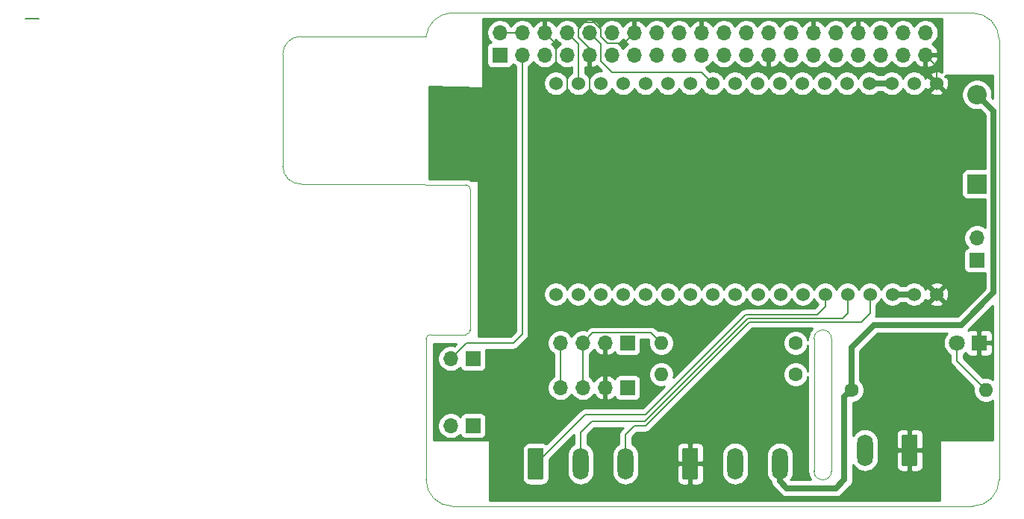
<source format=gbr>
%TF.GenerationSoftware,KiCad,Pcbnew,5.1.5+dfsg1-2build2*%
%TF.CreationDate,2021-09-07T02:56:07-04:00*%
%TF.ProjectId,rasp_heltec_lora_hat,72617370-5f68-4656-9c74-65635f6c6f72,rev?*%
%TF.SameCoordinates,PXbebc200PY8f0d180*%
%TF.FileFunction,Copper,L1,Top*%
%TF.FilePolarity,Positive*%
%FSLAX46Y46*%
G04 Gerber Fmt 4.6, Leading zero omitted, Abs format (unit mm)*
G04 Created by KiCad (PCBNEW 5.1.5+dfsg1-2build2) date 2021-09-07 02:56:07*
%MOMM*%
%LPD*%
G04 APERTURE LIST*
%TA.AperFunction,Profile*%
%ADD10C,0.100000*%
%TD*%
%TA.AperFunction,ComponentPad*%
%ADD11R,1.700000X1.700000*%
%TD*%
%TA.AperFunction,ComponentPad*%
%ADD12O,1.700000X1.700000*%
%TD*%
%TA.AperFunction,ComponentPad*%
%ADD13R,1.800000X1.800000*%
%TD*%
%TA.AperFunction,ComponentPad*%
%ADD14C,1.800000*%
%TD*%
%TA.AperFunction,ComponentPad*%
%ADD15C,0.100000*%
%TD*%
%TA.AperFunction,ComponentPad*%
%ADD16O,1.800000X3.600000*%
%TD*%
%TA.AperFunction,ComponentPad*%
%ADD17O,1.600000X1.600000*%
%TD*%
%TA.AperFunction,ComponentPad*%
%ADD18C,1.600000*%
%TD*%
%TA.AperFunction,ComponentPad*%
%ADD19C,1.524000*%
%TD*%
%TA.AperFunction,ComponentPad*%
%ADD20R,2.200000X2.200000*%
%TD*%
%TA.AperFunction,ComponentPad*%
%ADD21O,2.200000X2.200000*%
%TD*%
%TA.AperFunction,Conductor*%
%ADD22C,0.200000*%
%TD*%
%TA.AperFunction,Conductor*%
%ADD23C,0.700000*%
%TD*%
%TA.AperFunction,Conductor*%
%ADD24C,0.254000*%
%TD*%
G04 APERTURE END LIST*
D10*
X-190000Y36578171D02*
X-40000Y36500000D01*
X-14130098Y36578171D02*
X-190000Y36578171D01*
X-14130098Y36578171D02*
G75*
G02X-16256000Y38608000I-93902J2029829D01*
G01*
X-16256000Y51308000D02*
G75*
G02X-14224000Y53340000I2032000J0D01*
G01*
X-40000Y36500000D02*
X500000Y36500000D01*
X-16256000Y51308000D02*
X-16256000Y38608000D01*
X0Y53340000D02*
X-14224000Y53340000D01*
X44000000Y4000000D02*
X44000000Y19000000D01*
X46000000Y19000000D02*
X46000000Y4000000D01*
X46000000Y19000000D02*
G75*
G03X44000000Y19000000I-1000000J0D01*
G01*
X44000000Y4000000D02*
G75*
G03X46000000Y4000000I1000000J0D01*
G01*
X499127Y19499999D02*
G75*
G03X0Y19000000I873J-499999D01*
G01*
X4500000Y19500000D02*
G75*
G03X5000000Y20000000I0J500000D01*
G01*
X5000000Y36000000D02*
G75*
G03X4500000Y36500000I-500000J0D01*
G01*
X65000000Y53000000D02*
G75*
G03X62000000Y56000000I-3000000J0D01*
G01*
X62000000Y0D02*
G75*
G03X65000000Y3000000I0J3000000D01*
G01*
X0Y3000000D02*
G75*
G03X3000000Y0I3000000J0D01*
G01*
X2794452Y56012200D02*
G75*
G03X0Y53340000I205548J-3012200D01*
G01*
X62000000Y56000000D02*
X2794452Y56012200D01*
X4500000Y19500000D02*
X500000Y19500000D01*
X5000000Y36000000D02*
X5000000Y20000000D01*
X500000Y36500000D02*
X4500000Y36500000D01*
X65000000Y3000000D02*
X65000000Y53000000D01*
X3000000Y0D02*
X62000000Y0D01*
X0Y19000000D02*
X0Y3000000D01*
D11*
%TO.P,P1,1*%
%TO.N,+3V3*%
X8370000Y51230000D03*
D12*
%TO.P,P1,2*%
%TO.N,+5V*%
X8370000Y53770000D03*
%TO.P,P1,3*%
%TO.N,/GPIO2(SDA1)*%
X10910000Y51230000D03*
%TO.P,P1,4*%
%TO.N,+5V*%
X10910000Y53770000D03*
%TO.P,P1,5*%
%TO.N,/GPIO3(SCL1)*%
X13450000Y51230000D03*
%TO.P,P1,6*%
%TO.N,GND*%
X13450000Y53770000D03*
%TO.P,P1,7*%
%TO.N,N/C*%
X15990000Y51230000D03*
%TO.P,P1,8*%
%TO.N,HELTEC_RX*%
X15990000Y53770000D03*
%TO.P,P1,9*%
%TO.N,GND*%
X18530000Y51230000D03*
%TO.P,P1,10*%
%TO.N,HELTEC_TX*%
X18530000Y53770000D03*
%TO.P,P1,11*%
%TO.N,N/C*%
X21070000Y51230000D03*
%TO.P,P1,12*%
X21070000Y53770000D03*
%TO.P,P1,13*%
X23610000Y51230000D03*
%TO.P,P1,14*%
%TO.N,GND*%
X23610000Y53770000D03*
%TO.P,P1,15*%
%TO.N,N/C*%
X26150000Y51230000D03*
%TO.P,P1,16*%
X26150000Y53770000D03*
%TO.P,P1,17*%
%TO.N,+3V3*%
X28690000Y51230000D03*
%TO.P,P1,18*%
%TO.N,N/C*%
X28690000Y53770000D03*
%TO.P,P1,19*%
X31230000Y51230000D03*
%TO.P,P1,20*%
%TO.N,GND*%
X31230000Y53770000D03*
%TO.P,P1,21*%
%TO.N,N/C*%
X33770000Y51230000D03*
%TO.P,P1,22*%
X33770000Y53770000D03*
%TO.P,P1,23*%
X36310000Y51230000D03*
%TO.P,P1,24*%
X36310000Y53770000D03*
%TO.P,P1,25*%
%TO.N,GND*%
X38850000Y51230000D03*
%TO.P,P1,26*%
%TO.N,N/C*%
X38850000Y53770000D03*
%TO.P,P1,27*%
X41390000Y51230000D03*
%TO.P,P1,28*%
X41390000Y53770000D03*
%TO.P,P1,29*%
X43930000Y51230000D03*
%TO.P,P1,30*%
%TO.N,GND*%
X43930000Y53770000D03*
%TO.P,P1,31*%
%TO.N,N/C*%
X46470000Y51230000D03*
%TO.P,P1,32*%
X46470000Y53770000D03*
%TO.P,P1,33*%
X49010000Y51230000D03*
%TO.P,P1,34*%
%TO.N,GND*%
X49010000Y53770000D03*
%TO.P,P1,35*%
%TO.N,N/C*%
X51550000Y51230000D03*
%TO.P,P1,36*%
X51550000Y53770000D03*
%TO.P,P1,37*%
X54090000Y51230000D03*
%TO.P,P1,38*%
X54090000Y53770000D03*
%TO.P,P1,39*%
%TO.N,GND*%
X56630000Y51230000D03*
%TO.P,P1,40*%
%TO.N,N/C*%
X56630000Y53770000D03*
%TD*%
D13*
%TO.P,D1,1*%
%TO.N,GND*%
X62738000Y18542000D03*
D14*
%TO.P,D1,2*%
%TO.N,Net-(D1-Pad2)*%
X60198000Y18542000D03*
%TD*%
D11*
%TO.P,J1,1*%
%TO.N,+3V3*%
X22860000Y13462000D03*
D12*
%TO.P,J1,2*%
%TO.N,GND*%
X20320000Y13462000D03*
%TO.P,J1,3*%
%TO.N,I2C_SCL*%
X17780000Y13462000D03*
%TO.P,J1,4*%
%TO.N,I2C_SDA*%
X15240000Y13462000D03*
%TD*%
%TO.P,J2,4*%
%TO.N,I2C_SDA*%
X15240000Y18542000D03*
%TO.P,J2,3*%
%TO.N,I2C_SCL*%
X17780000Y18542000D03*
%TO.P,J2,2*%
%TO.N,GND*%
X20320000Y18542000D03*
D11*
%TO.P,J2,1*%
%TO.N,+3V3*%
X22860000Y18542000D03*
%TD*%
%TA.AperFunction,ComponentPad*%
D15*
%TO.P,J3,1*%
%TO.N,GND*%
G36*
X55538504Y8148796D02*
G01*
X55562773Y8145196D01*
X55586571Y8139235D01*
X55609671Y8130970D01*
X55631849Y8120480D01*
X55652893Y8107867D01*
X55672598Y8093253D01*
X55690777Y8076777D01*
X55707253Y8058598D01*
X55721867Y8038893D01*
X55734480Y8017849D01*
X55744970Y7995671D01*
X55753235Y7972571D01*
X55759196Y7948773D01*
X55762796Y7924504D01*
X55764000Y7900000D01*
X55764000Y4800000D01*
X55762796Y4775496D01*
X55759196Y4751227D01*
X55753235Y4727429D01*
X55744970Y4704329D01*
X55734480Y4682151D01*
X55721867Y4661107D01*
X55707253Y4641402D01*
X55690777Y4623223D01*
X55672598Y4606747D01*
X55652893Y4592133D01*
X55631849Y4579520D01*
X55609671Y4569030D01*
X55586571Y4560765D01*
X55562773Y4554804D01*
X55538504Y4551204D01*
X55514000Y4550000D01*
X54214000Y4550000D01*
X54189496Y4551204D01*
X54165227Y4554804D01*
X54141429Y4560765D01*
X54118329Y4569030D01*
X54096151Y4579520D01*
X54075107Y4592133D01*
X54055402Y4606747D01*
X54037223Y4623223D01*
X54020747Y4641402D01*
X54006133Y4661107D01*
X53993520Y4682151D01*
X53983030Y4704329D01*
X53974765Y4727429D01*
X53968804Y4751227D01*
X53965204Y4775496D01*
X53964000Y4800000D01*
X53964000Y7900000D01*
X53965204Y7924504D01*
X53968804Y7948773D01*
X53974765Y7972571D01*
X53983030Y7995671D01*
X53993520Y8017849D01*
X54006133Y8038893D01*
X54020747Y8058598D01*
X54037223Y8076777D01*
X54055402Y8093253D01*
X54075107Y8107867D01*
X54096151Y8120480D01*
X54118329Y8130970D01*
X54141429Y8139235D01*
X54165227Y8145196D01*
X54189496Y8148796D01*
X54214000Y8150000D01*
X55514000Y8150000D01*
X55538504Y8148796D01*
G37*
%TD.AperFunction*%
D16*
%TO.P,J3,2*%
%TO.N,DAC_OUTPUT*%
X49784000Y6350000D03*
%TD*%
%TO.P,J4,3*%
%TO.N,+5V*%
X40132000Y4826000D03*
%TO.P,J4,2*%
%TO.N,+3V3*%
X35052000Y4826000D03*
%TA.AperFunction,ComponentPad*%
D15*
%TO.P,J4,1*%
%TO.N,GND*%
G36*
X30646504Y6624796D02*
G01*
X30670773Y6621196D01*
X30694571Y6615235D01*
X30717671Y6606970D01*
X30739849Y6596480D01*
X30760893Y6583867D01*
X30780598Y6569253D01*
X30798777Y6552777D01*
X30815253Y6534598D01*
X30829867Y6514893D01*
X30842480Y6493849D01*
X30852970Y6471671D01*
X30861235Y6448571D01*
X30867196Y6424773D01*
X30870796Y6400504D01*
X30872000Y6376000D01*
X30872000Y3276000D01*
X30870796Y3251496D01*
X30867196Y3227227D01*
X30861235Y3203429D01*
X30852970Y3180329D01*
X30842480Y3158151D01*
X30829867Y3137107D01*
X30815253Y3117402D01*
X30798777Y3099223D01*
X30780598Y3082747D01*
X30760893Y3068133D01*
X30739849Y3055520D01*
X30717671Y3045030D01*
X30694571Y3036765D01*
X30670773Y3030804D01*
X30646504Y3027204D01*
X30622000Y3026000D01*
X29322000Y3026000D01*
X29297496Y3027204D01*
X29273227Y3030804D01*
X29249429Y3036765D01*
X29226329Y3045030D01*
X29204151Y3055520D01*
X29183107Y3068133D01*
X29163402Y3082747D01*
X29145223Y3099223D01*
X29128747Y3117402D01*
X29114133Y3137107D01*
X29101520Y3158151D01*
X29091030Y3180329D01*
X29082765Y3203429D01*
X29076804Y3227227D01*
X29073204Y3251496D01*
X29072000Y3276000D01*
X29072000Y6376000D01*
X29073204Y6400504D01*
X29076804Y6424773D01*
X29082765Y6448571D01*
X29091030Y6471671D01*
X29101520Y6493849D01*
X29114133Y6514893D01*
X29128747Y6534598D01*
X29145223Y6552777D01*
X29163402Y6569253D01*
X29183107Y6583867D01*
X29204151Y6596480D01*
X29226329Y6606970D01*
X29249429Y6615235D01*
X29273227Y6621196D01*
X29297496Y6624796D01*
X29322000Y6626000D01*
X30622000Y6626000D01*
X30646504Y6624796D01*
G37*
%TD.AperFunction*%
%TD*%
%TA.AperFunction,ComponentPad*%
%TO.P,J5,1*%
%TO.N,ADC1_CH_2*%
G36*
X13120504Y6624796D02*
G01*
X13144773Y6621196D01*
X13168571Y6615235D01*
X13191671Y6606970D01*
X13213849Y6596480D01*
X13234893Y6583867D01*
X13254598Y6569253D01*
X13272777Y6552777D01*
X13289253Y6534598D01*
X13303867Y6514893D01*
X13316480Y6493849D01*
X13326970Y6471671D01*
X13335235Y6448571D01*
X13341196Y6424773D01*
X13344796Y6400504D01*
X13346000Y6376000D01*
X13346000Y3276000D01*
X13344796Y3251496D01*
X13341196Y3227227D01*
X13335235Y3203429D01*
X13326970Y3180329D01*
X13316480Y3158151D01*
X13303867Y3137107D01*
X13289253Y3117402D01*
X13272777Y3099223D01*
X13254598Y3082747D01*
X13234893Y3068133D01*
X13213849Y3055520D01*
X13191671Y3045030D01*
X13168571Y3036765D01*
X13144773Y3030804D01*
X13120504Y3027204D01*
X13096000Y3026000D01*
X11796000Y3026000D01*
X11771496Y3027204D01*
X11747227Y3030804D01*
X11723429Y3036765D01*
X11700329Y3045030D01*
X11678151Y3055520D01*
X11657107Y3068133D01*
X11637402Y3082747D01*
X11619223Y3099223D01*
X11602747Y3117402D01*
X11588133Y3137107D01*
X11575520Y3158151D01*
X11565030Y3180329D01*
X11556765Y3203429D01*
X11550804Y3227227D01*
X11547204Y3251496D01*
X11546000Y3276000D01*
X11546000Y6376000D01*
X11547204Y6400504D01*
X11550804Y6424773D01*
X11556765Y6448571D01*
X11565030Y6471671D01*
X11575520Y6493849D01*
X11588133Y6514893D01*
X11602747Y6534598D01*
X11619223Y6552777D01*
X11637402Y6569253D01*
X11657107Y6583867D01*
X11678151Y6596480D01*
X11700329Y6606970D01*
X11723429Y6615235D01*
X11747227Y6621196D01*
X11771496Y6624796D01*
X11796000Y6626000D01*
X13096000Y6626000D01*
X13120504Y6624796D01*
G37*
%TD.AperFunction*%
D16*
%TO.P,J5,2*%
%TO.N,ADC1_CH_1*%
X17526000Y4826000D03*
%TO.P,J5,3*%
%TO.N,ADC1_CH_0*%
X22606000Y4826000D03*
%TD*%
D11*
%TO.P,JP1,1*%
%TO.N,I2C_SDA*%
X5334000Y16764000D03*
D12*
%TO.P,JP1,2*%
%TO.N,/GPIO2(SDA1)*%
X2794000Y16764000D03*
%TD*%
%TO.P,JP2,2*%
%TO.N,/GPIO3(SCL1)*%
X2794000Y9144000D03*
D11*
%TO.P,JP2,1*%
%TO.N,I2C_SCL*%
X5334000Y9144000D03*
%TD*%
D17*
%TO.P,R1,2*%
%TO.N,I2C_SDA*%
X26670000Y14986000D03*
D18*
%TO.P,R1,1*%
%TO.N,+3V3*%
X41910000Y14986000D03*
%TD*%
%TO.P,R2,1*%
%TO.N,+3V3*%
X41910000Y18542000D03*
D17*
%TO.P,R2,2*%
%TO.N,I2C_SCL*%
X26670000Y18542000D03*
%TD*%
D18*
%TO.P,R3,1*%
%TO.N,+5V*%
X48260000Y13208000D03*
D17*
%TO.P,R3,2*%
%TO.N,Net-(D1-Pad2)*%
X63500000Y13208000D03*
%TD*%
D11*
%TO.P,JP3,1*%
%TO.N,Net-(JP3-Pad1)*%
X62484000Y27940000D03*
D12*
%TO.P,JP3,2*%
%TO.N,Net-(D2-Pad1)*%
X62484000Y30480000D03*
%TD*%
D19*
%TO.P,U1,36*%
%TO.N,GND*%
X57912000Y24066500D03*
%TO.P,U1,35*%
%TO.N,Net-(U1-Pad34)*%
X55372000Y24066500D03*
%TO.P,U1,34*%
X52895500Y24066500D03*
%TO.P,U1,33*%
%TO.N,ADC1_CH_0*%
X50355500Y24066500D03*
%TO.P,U1,32*%
%TO.N,ADC1_CH_1*%
X47815500Y24066500D03*
%TO.P,U1,31*%
%TO.N,ADC1_CH_2*%
X45275500Y24066500D03*
%TO.P,U1,30*%
%TO.N,N/C*%
X42735500Y24066500D03*
%TO.P,U1,29*%
X40195500Y24066500D03*
%TO.P,U1,28*%
X37655500Y24066500D03*
%TO.P,U1,27*%
X35052000Y24066500D03*
%TO.P,U1,26*%
X32512000Y24066500D03*
%TO.P,U1,25*%
%TO.N,DAC_OUTPUT*%
X29972000Y24066500D03*
%TO.P,U1,24*%
%TO.N,N/C*%
X27432000Y24066500D03*
%TO.P,U1,23*%
X24892000Y24066500D03*
%TO.P,U1,22*%
X22352000Y24066500D03*
%TO.P,U1,21*%
X19812000Y24066500D03*
%TO.P,U1,20*%
X17272000Y24066500D03*
%TO.P,U1,19*%
X14732000Y24066500D03*
%TO.P,U1,18*%
X14732000Y48006000D03*
%TO.P,U1,17*%
%TO.N,HELTEC_RX*%
X17272000Y48006000D03*
%TO.P,U1,16*%
%TO.N,N/C*%
X19812000Y48006000D03*
%TO.P,U1,15*%
X22352000Y48006000D03*
%TO.P,U1,14*%
X24892000Y48006000D03*
%TO.P,U1,13*%
X27432000Y48006000D03*
%TO.P,U1,12*%
X29972000Y48006000D03*
%TO.P,U1,11*%
%TO.N,HELTEC_TX*%
X32512000Y48006000D03*
%TO.P,U1,10*%
%TO.N,N/C*%
X35052000Y48006000D03*
%TO.P,U1,9*%
X37592000Y48006000D03*
%TO.P,U1,8*%
X40132000Y48006000D03*
%TO.P,U1,7*%
X42672000Y48006000D03*
%TO.P,U1,6*%
X45212000Y48006000D03*
%TO.P,U1,5*%
X47752000Y48006000D03*
%TO.P,U1,4*%
%TO.N,VEXT_HELTEC*%
X50292000Y48006000D03*
%TO.P,U1,3*%
X52832000Y48006000D03*
%TO.P,U1,2*%
%TO.N,Net-(JP3-Pad1)*%
X55372000Y48006000D03*
%TO.P,U1,1*%
%TO.N,GND*%
X57912000Y48006000D03*
%TD*%
D20*
%TO.P,D2,1*%
%TO.N,Net-(D2-Pad1)*%
X62484000Y36576000D03*
D21*
%TO.P,D2,2*%
%TO.N,+5V*%
X62484000Y46736000D03*
%TD*%
D22*
%TO.N,*%
X-45466000Y55372000D02*
X-43942000Y55372000D01*
%TO.N,+5V*%
X8370000Y53770000D02*
X10910000Y53770000D01*
D23*
X40132000Y2826000D02*
X40132000Y4826000D01*
X40926000Y2032000D02*
X40132000Y2826000D01*
X46482000Y2032000D02*
X40926000Y2032000D01*
X47460001Y3010001D02*
X46482000Y2032000D01*
X47460001Y12408001D02*
X47460001Y3010001D01*
X48260000Y13208000D02*
X47460001Y12408001D01*
X48260000Y18034000D02*
X48260000Y13208000D01*
X50800000Y20574000D02*
X48260000Y18034000D01*
X60706000Y20574000D02*
X50800000Y20574000D01*
X64399990Y24267990D02*
X60706000Y20574000D01*
X64399990Y44820010D02*
X64399990Y24267990D01*
X62484000Y46736000D02*
X64399990Y44820010D01*
D22*
%TO.N,GND*%
X57912000Y49948000D02*
X57912000Y48006000D01*
X56630000Y51230000D02*
X57912000Y49948000D01*
X22418000Y52578000D02*
X22760001Y52920001D01*
X13450000Y53770000D02*
X14732000Y52488000D01*
X14732000Y52488000D02*
X14732000Y50038000D01*
X14732000Y50038000D02*
X16002000Y48768000D01*
X19812000Y54190002D02*
X19812000Y53325998D01*
X16002000Y47196238D02*
X16716238Y46482000D01*
X17977999Y54920001D02*
X19082001Y54920001D01*
X16716238Y46482000D02*
X17780000Y46482000D01*
X18542000Y51977998D02*
X17272000Y53247998D01*
X19812000Y53325998D02*
X20559998Y52578000D01*
X17780000Y46482000D02*
X18542000Y47244000D01*
X22760001Y52920001D02*
X23610000Y53770000D01*
X20559998Y52578000D02*
X22418000Y52578000D01*
X18542000Y47244000D02*
X18542000Y51977998D01*
X17272000Y53247998D02*
X17272000Y54214002D01*
X17272000Y54214002D02*
X17977999Y54920001D01*
X16002000Y48768000D02*
X16002000Y47196238D01*
X19082001Y54920001D02*
X19812000Y54190002D01*
%TO.N,/GPIO2(SDA1)*%
X10910000Y51230000D02*
X10910000Y21324000D01*
X10910000Y19546000D02*
X10910000Y21324000D01*
X2794000Y16764000D02*
X4572000Y18542000D01*
X9906000Y18542000D02*
X10910000Y19546000D01*
X4572000Y18542000D02*
X9906000Y18542000D01*
%TO.N,Net-(D1-Pad2)*%
X60198000Y16510000D02*
X60198000Y18542000D01*
X63500000Y13208000D02*
X60198000Y16510000D01*
%TO.N,I2C_SCL*%
X17780000Y13462000D02*
X17780000Y18542000D01*
X18930001Y19692001D02*
X17780000Y18542000D01*
X25519999Y19692001D02*
X18930001Y19692001D01*
X26670000Y18542000D02*
X25519999Y19692001D01*
%TO.N,I2C_SDA*%
X15240000Y18542000D02*
X15240000Y13462000D01*
%TO.N,ADC1_CH_2*%
X45275500Y22669500D02*
X45275500Y24066500D01*
X36214011Y21736011D02*
X44342011Y21736011D01*
X24892000Y10414000D02*
X36214011Y21736011D01*
X44342011Y21736011D02*
X45275500Y22669500D01*
X18034000Y10414000D02*
X24892000Y10414000D01*
X12446000Y4826000D02*
X18034000Y10414000D01*
%TO.N,ADC1_CH_1*%
X36518930Y21336000D02*
X47244000Y21336000D01*
X24834930Y9652000D02*
X36518930Y21336000D01*
X18796000Y9652000D02*
X24834930Y9652000D01*
X17526000Y8382000D02*
X18796000Y9652000D01*
X17526000Y4826000D02*
X17526000Y8382000D01*
X47815500Y21907500D02*
X47244000Y21336000D01*
X47815500Y24066500D02*
X47815500Y21907500D01*
%TO.N,ADC1_CH_0*%
X36684618Y20935990D02*
X49383990Y20935990D01*
X24892628Y9144000D02*
X36684618Y20935990D01*
X23622000Y9144000D02*
X24892628Y9144000D01*
X22606000Y8128000D02*
X23622000Y9144000D01*
X22606000Y4826000D02*
X22606000Y8128000D01*
X50355500Y21907500D02*
X49383990Y20935990D01*
X50355500Y24066500D02*
X50355500Y21907500D01*
%TO.N,HELTEC_RX*%
X15990000Y53770000D02*
X17272000Y52488000D01*
X17272000Y52488000D02*
X17272000Y48006000D01*
%TO.N,HELTEC_TX*%
X21082000Y49276000D02*
X31242000Y49276000D01*
X19812000Y50546000D02*
X21082000Y49276000D01*
X19812000Y52488000D02*
X19812000Y50546000D01*
X31242000Y49276000D02*
X32512000Y48006000D01*
X18530000Y53770000D02*
X19812000Y52488000D01*
D23*
%TO.N,Net-(U1-Pad34)*%
X52895500Y24066500D02*
X55372000Y24066500D01*
%TO.N,VEXT_HELTEC*%
X50292000Y48006000D02*
X52832000Y48006000D01*
%TD*%
D24*
%TO.N,GND*%
G36*
X58547000Y55315713D02*
G01*
X58547000Y49251146D01*
X58381952Y49328756D01*
X58114865Y49395023D01*
X57839983Y49407910D01*
X57567867Y49366922D01*
X57308977Y49273636D01*
X57193020Y49211656D01*
X57126040Y48971565D01*
X57912000Y48185605D01*
X57926143Y48199747D01*
X58105748Y48020142D01*
X58091605Y48006000D01*
X58877565Y47220040D01*
X59117656Y47287020D01*
X59234756Y47536048D01*
X59301023Y47803135D01*
X59313910Y48078017D01*
X59272922Y48350133D01*
X59179636Y48609023D01*
X59117656Y48724980D01*
X58877567Y48791959D01*
X58980608Y48895000D01*
X64315001Y48895000D01*
X64315001Y46297999D01*
X64190610Y46422390D01*
X64219000Y46565117D01*
X64219000Y46906883D01*
X64152325Y47242081D01*
X64021537Y47557831D01*
X63831663Y47841998D01*
X63589998Y48083663D01*
X63305831Y48273537D01*
X62990081Y48404325D01*
X62654883Y48471000D01*
X62313117Y48471000D01*
X61977919Y48404325D01*
X61662169Y48273537D01*
X61378002Y48083663D01*
X61136337Y47841998D01*
X60946463Y47557831D01*
X60815675Y47242081D01*
X60749000Y46906883D01*
X60749000Y46565117D01*
X60815675Y46229919D01*
X60946463Y45914169D01*
X61136337Y45630002D01*
X61378002Y45388337D01*
X61662169Y45198463D01*
X61977919Y45067675D01*
X62313117Y45001000D01*
X62654883Y45001000D01*
X62797610Y45029390D01*
X63414990Y44412010D01*
X63414990Y38314072D01*
X61384000Y38314072D01*
X61259518Y38301812D01*
X61139820Y38265502D01*
X61029506Y38206537D01*
X60932815Y38127185D01*
X60853463Y38030494D01*
X60794498Y37920180D01*
X60758188Y37800482D01*
X60745928Y37676000D01*
X60745928Y35476000D01*
X60758188Y35351518D01*
X60794498Y35231820D01*
X60853463Y35121506D01*
X60932815Y35024815D01*
X61029506Y34945463D01*
X61139820Y34886498D01*
X61259518Y34850188D01*
X61384000Y34837928D01*
X63414990Y34837928D01*
X63414991Y31643926D01*
X63187411Y31795990D01*
X62917158Y31907932D01*
X62630260Y31965000D01*
X62337740Y31965000D01*
X62050842Y31907932D01*
X61780589Y31795990D01*
X61537368Y31633475D01*
X61330525Y31426632D01*
X61168010Y31183411D01*
X61056068Y30913158D01*
X60999000Y30626260D01*
X60999000Y30333740D01*
X61056068Y30046842D01*
X61168010Y29776589D01*
X61330525Y29533368D01*
X61462380Y29401513D01*
X61389820Y29379502D01*
X61279506Y29320537D01*
X61182815Y29241185D01*
X61103463Y29144494D01*
X61044498Y29034180D01*
X61008188Y28914482D01*
X60995928Y28790000D01*
X60995928Y27090000D01*
X61008188Y26965518D01*
X61044498Y26845820D01*
X61103463Y26735506D01*
X61182815Y26638815D01*
X61279506Y26559463D01*
X61389820Y26500498D01*
X61509518Y26464188D01*
X61634000Y26451928D01*
X63334000Y26451928D01*
X63414991Y26459905D01*
X63414991Y24675992D01*
X60298000Y21559000D01*
X51002631Y21559000D01*
X51037837Y21624866D01*
X51079865Y21763415D01*
X51094056Y21907500D01*
X51090500Y21943605D01*
X51090500Y22877455D01*
X51246035Y22981380D01*
X51440620Y23175965D01*
X51593505Y23404773D01*
X51625500Y23482015D01*
X51657495Y23404773D01*
X51810380Y23175965D01*
X52004965Y22981380D01*
X52233773Y22828495D01*
X52488010Y22723186D01*
X52757908Y22669500D01*
X53033092Y22669500D01*
X53302990Y22723186D01*
X53557227Y22828495D01*
X53786035Y22981380D01*
X53886155Y23081500D01*
X54381345Y23081500D01*
X54481465Y22981380D01*
X54710273Y22828495D01*
X54964510Y22723186D01*
X55234408Y22669500D01*
X55509592Y22669500D01*
X55779490Y22723186D01*
X56033727Y22828495D01*
X56262535Y22981380D01*
X56382090Y23100935D01*
X57126040Y23100935D01*
X57193020Y22860844D01*
X57442048Y22743744D01*
X57709135Y22677477D01*
X57984017Y22664590D01*
X58256133Y22705578D01*
X58515023Y22798864D01*
X58630980Y22860844D01*
X58697960Y23100935D01*
X57912000Y23886895D01*
X57126040Y23100935D01*
X56382090Y23100935D01*
X56457120Y23175965D01*
X56610005Y23404773D01*
X56639692Y23476443D01*
X56644364Y23463477D01*
X56706344Y23347520D01*
X56946435Y23280540D01*
X57732395Y24066500D01*
X58091605Y24066500D01*
X58877565Y23280540D01*
X59117656Y23347520D01*
X59234756Y23596548D01*
X59301023Y23863635D01*
X59313910Y24138517D01*
X59272922Y24410633D01*
X59179636Y24669523D01*
X59117656Y24785480D01*
X58877565Y24852460D01*
X58091605Y24066500D01*
X57732395Y24066500D01*
X56946435Y24852460D01*
X56706344Y24785480D01*
X56642515Y24649740D01*
X56610005Y24728227D01*
X56457120Y24957035D01*
X56382090Y25032065D01*
X57126040Y25032065D01*
X57912000Y24246105D01*
X58697960Y25032065D01*
X58630980Y25272156D01*
X58381952Y25389256D01*
X58114865Y25455523D01*
X57839983Y25468410D01*
X57567867Y25427422D01*
X57308977Y25334136D01*
X57193020Y25272156D01*
X57126040Y25032065D01*
X56382090Y25032065D01*
X56262535Y25151620D01*
X56033727Y25304505D01*
X55779490Y25409814D01*
X55509592Y25463500D01*
X55234408Y25463500D01*
X54964510Y25409814D01*
X54710273Y25304505D01*
X54481465Y25151620D01*
X54381345Y25051500D01*
X53886155Y25051500D01*
X53786035Y25151620D01*
X53557227Y25304505D01*
X53302990Y25409814D01*
X53033092Y25463500D01*
X52757908Y25463500D01*
X52488010Y25409814D01*
X52233773Y25304505D01*
X52004965Y25151620D01*
X51810380Y24957035D01*
X51657495Y24728227D01*
X51625500Y24650985D01*
X51593505Y24728227D01*
X51440620Y24957035D01*
X51246035Y25151620D01*
X51017227Y25304505D01*
X50762990Y25409814D01*
X50493092Y25463500D01*
X50217908Y25463500D01*
X49948010Y25409814D01*
X49693773Y25304505D01*
X49464965Y25151620D01*
X49270380Y24957035D01*
X49117495Y24728227D01*
X49085500Y24650985D01*
X49053505Y24728227D01*
X48900620Y24957035D01*
X48706035Y25151620D01*
X48477227Y25304505D01*
X48222990Y25409814D01*
X47953092Y25463500D01*
X47677908Y25463500D01*
X47408010Y25409814D01*
X47153773Y25304505D01*
X46924965Y25151620D01*
X46730380Y24957035D01*
X46577495Y24728227D01*
X46545500Y24650985D01*
X46513505Y24728227D01*
X46360620Y24957035D01*
X46166035Y25151620D01*
X45937227Y25304505D01*
X45682990Y25409814D01*
X45413092Y25463500D01*
X45137908Y25463500D01*
X44868010Y25409814D01*
X44613773Y25304505D01*
X44384965Y25151620D01*
X44190380Y24957035D01*
X44037495Y24728227D01*
X44005500Y24650985D01*
X43973505Y24728227D01*
X43820620Y24957035D01*
X43626035Y25151620D01*
X43397227Y25304505D01*
X43142990Y25409814D01*
X42873092Y25463500D01*
X42597908Y25463500D01*
X42328010Y25409814D01*
X42073773Y25304505D01*
X41844965Y25151620D01*
X41650380Y24957035D01*
X41497495Y24728227D01*
X41465500Y24650985D01*
X41433505Y24728227D01*
X41280620Y24957035D01*
X41086035Y25151620D01*
X40857227Y25304505D01*
X40602990Y25409814D01*
X40333092Y25463500D01*
X40057908Y25463500D01*
X39788010Y25409814D01*
X39533773Y25304505D01*
X39304965Y25151620D01*
X39110380Y24957035D01*
X38957495Y24728227D01*
X38925500Y24650985D01*
X38893505Y24728227D01*
X38740620Y24957035D01*
X38546035Y25151620D01*
X38317227Y25304505D01*
X38062990Y25409814D01*
X37793092Y25463500D01*
X37517908Y25463500D01*
X37248010Y25409814D01*
X36993773Y25304505D01*
X36764965Y25151620D01*
X36570380Y24957035D01*
X36417495Y24728227D01*
X36353750Y24574334D01*
X36290005Y24728227D01*
X36137120Y24957035D01*
X35942535Y25151620D01*
X35713727Y25304505D01*
X35459490Y25409814D01*
X35189592Y25463500D01*
X34914408Y25463500D01*
X34644510Y25409814D01*
X34390273Y25304505D01*
X34161465Y25151620D01*
X33966880Y24957035D01*
X33813995Y24728227D01*
X33782000Y24650985D01*
X33750005Y24728227D01*
X33597120Y24957035D01*
X33402535Y25151620D01*
X33173727Y25304505D01*
X32919490Y25409814D01*
X32649592Y25463500D01*
X32374408Y25463500D01*
X32104510Y25409814D01*
X31850273Y25304505D01*
X31621465Y25151620D01*
X31426880Y24957035D01*
X31273995Y24728227D01*
X31242000Y24650985D01*
X31210005Y24728227D01*
X31057120Y24957035D01*
X30862535Y25151620D01*
X30633727Y25304505D01*
X30379490Y25409814D01*
X30109592Y25463500D01*
X29834408Y25463500D01*
X29564510Y25409814D01*
X29310273Y25304505D01*
X29081465Y25151620D01*
X28886880Y24957035D01*
X28733995Y24728227D01*
X28702000Y24650985D01*
X28670005Y24728227D01*
X28517120Y24957035D01*
X28322535Y25151620D01*
X28093727Y25304505D01*
X27839490Y25409814D01*
X27569592Y25463500D01*
X27294408Y25463500D01*
X27024510Y25409814D01*
X26770273Y25304505D01*
X26541465Y25151620D01*
X26346880Y24957035D01*
X26193995Y24728227D01*
X26162000Y24650985D01*
X26130005Y24728227D01*
X25977120Y24957035D01*
X25782535Y25151620D01*
X25553727Y25304505D01*
X25299490Y25409814D01*
X25029592Y25463500D01*
X24754408Y25463500D01*
X24484510Y25409814D01*
X24230273Y25304505D01*
X24001465Y25151620D01*
X23806880Y24957035D01*
X23653995Y24728227D01*
X23622000Y24650985D01*
X23590005Y24728227D01*
X23437120Y24957035D01*
X23242535Y25151620D01*
X23013727Y25304505D01*
X22759490Y25409814D01*
X22489592Y25463500D01*
X22214408Y25463500D01*
X21944510Y25409814D01*
X21690273Y25304505D01*
X21461465Y25151620D01*
X21266880Y24957035D01*
X21113995Y24728227D01*
X21082000Y24650985D01*
X21050005Y24728227D01*
X20897120Y24957035D01*
X20702535Y25151620D01*
X20473727Y25304505D01*
X20219490Y25409814D01*
X19949592Y25463500D01*
X19674408Y25463500D01*
X19404510Y25409814D01*
X19150273Y25304505D01*
X18921465Y25151620D01*
X18726880Y24957035D01*
X18573995Y24728227D01*
X18542000Y24650985D01*
X18510005Y24728227D01*
X18357120Y24957035D01*
X18162535Y25151620D01*
X17933727Y25304505D01*
X17679490Y25409814D01*
X17409592Y25463500D01*
X17134408Y25463500D01*
X16864510Y25409814D01*
X16610273Y25304505D01*
X16381465Y25151620D01*
X16186880Y24957035D01*
X16033995Y24728227D01*
X16002000Y24650985D01*
X15970005Y24728227D01*
X15817120Y24957035D01*
X15622535Y25151620D01*
X15393727Y25304505D01*
X15139490Y25409814D01*
X14869592Y25463500D01*
X14594408Y25463500D01*
X14324510Y25409814D01*
X14070273Y25304505D01*
X13841465Y25151620D01*
X13646880Y24957035D01*
X13493995Y24728227D01*
X13388686Y24473990D01*
X13335000Y24204092D01*
X13335000Y23928908D01*
X13388686Y23659010D01*
X13493995Y23404773D01*
X13646880Y23175965D01*
X13841465Y22981380D01*
X14070273Y22828495D01*
X14324510Y22723186D01*
X14594408Y22669500D01*
X14869592Y22669500D01*
X15139490Y22723186D01*
X15393727Y22828495D01*
X15622535Y22981380D01*
X15817120Y23175965D01*
X15970005Y23404773D01*
X16002000Y23482015D01*
X16033995Y23404773D01*
X16186880Y23175965D01*
X16381465Y22981380D01*
X16610273Y22828495D01*
X16864510Y22723186D01*
X17134408Y22669500D01*
X17409592Y22669500D01*
X17679490Y22723186D01*
X17933727Y22828495D01*
X18162535Y22981380D01*
X18357120Y23175965D01*
X18510005Y23404773D01*
X18542000Y23482015D01*
X18573995Y23404773D01*
X18726880Y23175965D01*
X18921465Y22981380D01*
X19150273Y22828495D01*
X19404510Y22723186D01*
X19674408Y22669500D01*
X19949592Y22669500D01*
X20219490Y22723186D01*
X20473727Y22828495D01*
X20702535Y22981380D01*
X20897120Y23175965D01*
X21050005Y23404773D01*
X21082000Y23482015D01*
X21113995Y23404773D01*
X21266880Y23175965D01*
X21461465Y22981380D01*
X21690273Y22828495D01*
X21944510Y22723186D01*
X22214408Y22669500D01*
X22489592Y22669500D01*
X22759490Y22723186D01*
X23013727Y22828495D01*
X23242535Y22981380D01*
X23437120Y23175965D01*
X23590005Y23404773D01*
X23622000Y23482015D01*
X23653995Y23404773D01*
X23806880Y23175965D01*
X24001465Y22981380D01*
X24230273Y22828495D01*
X24484510Y22723186D01*
X24754408Y22669500D01*
X25029592Y22669500D01*
X25299490Y22723186D01*
X25553727Y22828495D01*
X25782535Y22981380D01*
X25977120Y23175965D01*
X26130005Y23404773D01*
X26162000Y23482015D01*
X26193995Y23404773D01*
X26346880Y23175965D01*
X26541465Y22981380D01*
X26770273Y22828495D01*
X27024510Y22723186D01*
X27294408Y22669500D01*
X27569592Y22669500D01*
X27839490Y22723186D01*
X28093727Y22828495D01*
X28322535Y22981380D01*
X28517120Y23175965D01*
X28670005Y23404773D01*
X28702000Y23482015D01*
X28733995Y23404773D01*
X28886880Y23175965D01*
X29081465Y22981380D01*
X29310273Y22828495D01*
X29564510Y22723186D01*
X29834408Y22669500D01*
X30109592Y22669500D01*
X30379490Y22723186D01*
X30633727Y22828495D01*
X30862535Y22981380D01*
X31057120Y23175965D01*
X31210005Y23404773D01*
X31242000Y23482015D01*
X31273995Y23404773D01*
X31426880Y23175965D01*
X31621465Y22981380D01*
X31850273Y22828495D01*
X32104510Y22723186D01*
X32374408Y22669500D01*
X32649592Y22669500D01*
X32919490Y22723186D01*
X33173727Y22828495D01*
X33402535Y22981380D01*
X33597120Y23175965D01*
X33750005Y23404773D01*
X33782000Y23482015D01*
X33813995Y23404773D01*
X33966880Y23175965D01*
X34161465Y22981380D01*
X34390273Y22828495D01*
X34644510Y22723186D01*
X34914408Y22669500D01*
X35189592Y22669500D01*
X35459490Y22723186D01*
X35713727Y22828495D01*
X35942535Y22981380D01*
X36137120Y23175965D01*
X36290005Y23404773D01*
X36353750Y23558666D01*
X36417495Y23404773D01*
X36570380Y23175965D01*
X36764965Y22981380D01*
X36993773Y22828495D01*
X37248010Y22723186D01*
X37517908Y22669500D01*
X37793092Y22669500D01*
X38062990Y22723186D01*
X38317227Y22828495D01*
X38546035Y22981380D01*
X38740620Y23175965D01*
X38893505Y23404773D01*
X38925500Y23482015D01*
X38957495Y23404773D01*
X39110380Y23175965D01*
X39304965Y22981380D01*
X39533773Y22828495D01*
X39788010Y22723186D01*
X40057908Y22669500D01*
X40333092Y22669500D01*
X40602990Y22723186D01*
X40857227Y22828495D01*
X41086035Y22981380D01*
X41280620Y23175965D01*
X41433505Y23404773D01*
X41465500Y23482015D01*
X41497495Y23404773D01*
X41650380Y23175965D01*
X41844965Y22981380D01*
X42073773Y22828495D01*
X42328010Y22723186D01*
X42597908Y22669500D01*
X42873092Y22669500D01*
X43142990Y22723186D01*
X43397227Y22828495D01*
X43626035Y22981380D01*
X43820620Y23175965D01*
X43973505Y23404773D01*
X44005500Y23482015D01*
X44037495Y23404773D01*
X44190380Y23175965D01*
X44384965Y22981380D01*
X44482657Y22916104D01*
X44037565Y22471011D01*
X36250116Y22471011D01*
X36214011Y22474567D01*
X36069926Y22460376D01*
X35931377Y22418348D01*
X35872481Y22386867D01*
X35803691Y22350098D01*
X35691773Y22258249D01*
X35668757Y22230204D01*
X28060747Y14622193D01*
X28105000Y14844665D01*
X28105000Y15127335D01*
X28049853Y15404574D01*
X27941680Y15665727D01*
X27784637Y15900759D01*
X27584759Y16100637D01*
X27349727Y16257680D01*
X27088574Y16365853D01*
X26811335Y16421000D01*
X26528665Y16421000D01*
X26251426Y16365853D01*
X25990273Y16257680D01*
X25755241Y16100637D01*
X25555363Y15900759D01*
X25398320Y15665727D01*
X25290147Y15404574D01*
X25235000Y15127335D01*
X25235000Y14844665D01*
X25290147Y14567426D01*
X25398320Y14306273D01*
X25555363Y14071241D01*
X25755241Y13871363D01*
X25990273Y13714320D01*
X26251426Y13606147D01*
X26528665Y13551000D01*
X26811335Y13551000D01*
X27033807Y13595253D01*
X24587554Y11149000D01*
X18070094Y11149000D01*
X18033999Y11152555D01*
X17997904Y11149000D01*
X17997895Y11149000D01*
X17889915Y11138365D01*
X17751367Y11096337D01*
X17623680Y11028087D01*
X17511762Y10936238D01*
X17488746Y10908193D01*
X13647372Y7066818D01*
X13589386Y7114405D01*
X13435850Y7196472D01*
X13269254Y7247008D01*
X13096000Y7264072D01*
X11796000Y7264072D01*
X11622746Y7247008D01*
X11456150Y7196472D01*
X11302614Y7114405D01*
X11168038Y7003962D01*
X11057595Y6869386D01*
X10975528Y6715850D01*
X10924992Y6549254D01*
X10907928Y6376000D01*
X10907928Y3276000D01*
X10924992Y3102746D01*
X10975528Y2936150D01*
X11057595Y2782614D01*
X11168038Y2648038D01*
X11302614Y2537595D01*
X11456150Y2455528D01*
X11622746Y2404992D01*
X11796000Y2387928D01*
X13096000Y2387928D01*
X13269254Y2404992D01*
X13435850Y2455528D01*
X13589386Y2537595D01*
X13723962Y2648038D01*
X13834405Y2782614D01*
X13916472Y2936150D01*
X13967008Y3102746D01*
X13984072Y3276000D01*
X13984072Y5324626D01*
X16791001Y8131554D01*
X16791001Y7073653D01*
X16669073Y7008481D01*
X16435339Y6816661D01*
X16243519Y6582926D01*
X16100983Y6316260D01*
X16013210Y6026912D01*
X15991000Y5801407D01*
X15991000Y3850592D01*
X16013211Y3625087D01*
X16100984Y3335739D01*
X16243520Y3069073D01*
X16435340Y2835339D01*
X16669074Y2643519D01*
X16935740Y2500983D01*
X17225088Y2413210D01*
X17526000Y2383573D01*
X17826913Y2413210D01*
X18116261Y2500983D01*
X18382927Y2643519D01*
X18616661Y2835339D01*
X18808481Y3069073D01*
X18951017Y3335739D01*
X19038790Y3625087D01*
X19061000Y3850592D01*
X19061000Y5801408D01*
X19038790Y6026913D01*
X18951017Y6316261D01*
X18808481Y6582927D01*
X18616661Y6816661D01*
X18382926Y7008481D01*
X18261000Y7073652D01*
X18261000Y8077554D01*
X19100447Y8917000D01*
X22355554Y8917000D01*
X22111808Y8673254D01*
X22083763Y8650238D01*
X21991914Y8538320D01*
X21973834Y8504494D01*
X21923664Y8410633D01*
X21881635Y8272085D01*
X21867444Y8128000D01*
X21871001Y8091885D01*
X21871001Y7073653D01*
X21749073Y7008481D01*
X21515339Y6816661D01*
X21323519Y6582926D01*
X21180983Y6316260D01*
X21093210Y6026912D01*
X21071000Y5801407D01*
X21071000Y3850592D01*
X21093211Y3625087D01*
X21180984Y3335739D01*
X21323520Y3069073D01*
X21515340Y2835339D01*
X21749074Y2643519D01*
X22015740Y2500983D01*
X22305088Y2413210D01*
X22606000Y2383573D01*
X22906913Y2413210D01*
X23196261Y2500983D01*
X23462927Y2643519D01*
X23696661Y2835339D01*
X23853132Y3026000D01*
X28433928Y3026000D01*
X28446188Y2901518D01*
X28482498Y2781820D01*
X28541463Y2671506D01*
X28620815Y2574815D01*
X28717506Y2495463D01*
X28827820Y2436498D01*
X28947518Y2400188D01*
X29072000Y2387928D01*
X29686250Y2391000D01*
X29845000Y2549750D01*
X29845000Y4699000D01*
X30099000Y4699000D01*
X30099000Y2549750D01*
X30257750Y2391000D01*
X30872000Y2387928D01*
X30996482Y2400188D01*
X31116180Y2436498D01*
X31226494Y2495463D01*
X31323185Y2574815D01*
X31402537Y2671506D01*
X31461502Y2781820D01*
X31497812Y2901518D01*
X31510072Y3026000D01*
X31507000Y4540250D01*
X31348250Y4699000D01*
X30099000Y4699000D01*
X29845000Y4699000D01*
X28595750Y4699000D01*
X28437000Y4540250D01*
X28433928Y3026000D01*
X23853132Y3026000D01*
X23888481Y3069073D01*
X24031017Y3335739D01*
X24118790Y3625087D01*
X24141000Y3850592D01*
X24141000Y5801408D01*
X24118790Y6026913D01*
X24031017Y6316261D01*
X23888481Y6582927D01*
X23853133Y6626000D01*
X28433928Y6626000D01*
X28437000Y5111750D01*
X28595750Y4953000D01*
X29845000Y4953000D01*
X29845000Y7102250D01*
X30099000Y7102250D01*
X30099000Y4953000D01*
X31348250Y4953000D01*
X31507000Y5111750D01*
X31508399Y5801407D01*
X33517000Y5801407D01*
X33517000Y3850592D01*
X33539211Y3625087D01*
X33626984Y3335739D01*
X33769520Y3069073D01*
X33961340Y2835339D01*
X34195074Y2643519D01*
X34461740Y2500983D01*
X34751088Y2413210D01*
X35052000Y2383573D01*
X35352913Y2413210D01*
X35642261Y2500983D01*
X35908927Y2643519D01*
X36142661Y2835339D01*
X36334481Y3069073D01*
X36477017Y3335739D01*
X36564790Y3625087D01*
X36587000Y3850592D01*
X36587000Y5801408D01*
X36564790Y6026913D01*
X36477017Y6316261D01*
X36334481Y6582927D01*
X36142661Y6816661D01*
X35908926Y7008481D01*
X35642260Y7151017D01*
X35352912Y7238790D01*
X35052000Y7268427D01*
X34751087Y7238790D01*
X34461739Y7151017D01*
X34195073Y7008481D01*
X33961339Y6816661D01*
X33769519Y6582926D01*
X33626983Y6316260D01*
X33539210Y6026912D01*
X33517000Y5801407D01*
X31508399Y5801407D01*
X31510072Y6626000D01*
X31497812Y6750482D01*
X31461502Y6870180D01*
X31402537Y6980494D01*
X31323185Y7077185D01*
X31226494Y7156537D01*
X31116180Y7215502D01*
X30996482Y7251812D01*
X30872000Y7264072D01*
X30257750Y7261000D01*
X30099000Y7102250D01*
X29845000Y7102250D01*
X29686250Y7261000D01*
X29072000Y7264072D01*
X28947518Y7251812D01*
X28827820Y7215502D01*
X28717506Y7156537D01*
X28620815Y7077185D01*
X28541463Y6980494D01*
X28482498Y6870180D01*
X28446188Y6750482D01*
X28433928Y6626000D01*
X23853133Y6626000D01*
X23696661Y6816661D01*
X23462926Y7008481D01*
X23341000Y7073652D01*
X23341000Y7823554D01*
X23926447Y8409000D01*
X24856523Y8409000D01*
X24892628Y8405444D01*
X24928733Y8409000D01*
X25036713Y8419635D01*
X25175261Y8461663D01*
X25302948Y8529913D01*
X25414866Y8621762D01*
X25437887Y8649813D01*
X36989065Y20200990D01*
X43822567Y20200990D01*
X43810027Y20188362D01*
X43765689Y20144943D01*
X43759592Y20137574D01*
X43636242Y19986332D01*
X43601881Y19934614D01*
X43566809Y19883393D01*
X43562260Y19874980D01*
X43470635Y19702657D01*
X43446978Y19645261D01*
X43422519Y19588193D01*
X43419690Y19579057D01*
X43363281Y19392220D01*
X43351219Y19331302D01*
X43338314Y19270590D01*
X43337314Y19261078D01*
X43318269Y19066845D01*
X43318269Y19066827D01*
X43315001Y19033647D01*
X43315001Y18834148D01*
X43289853Y18960574D01*
X43181680Y19221727D01*
X43024637Y19456759D01*
X42824759Y19656637D01*
X42589727Y19813680D01*
X42328574Y19921853D01*
X42051335Y19977000D01*
X41768665Y19977000D01*
X41491426Y19921853D01*
X41230273Y19813680D01*
X40995241Y19656637D01*
X40795363Y19456759D01*
X40638320Y19221727D01*
X40530147Y18960574D01*
X40475000Y18683335D01*
X40475000Y18400665D01*
X40530147Y18123426D01*
X40638320Y17862273D01*
X40795363Y17627241D01*
X40995241Y17427363D01*
X41230273Y17270320D01*
X41491426Y17162147D01*
X41768665Y17107000D01*
X42051335Y17107000D01*
X42328574Y17162147D01*
X42589727Y17270320D01*
X42824759Y17427363D01*
X43024637Y17627241D01*
X43181680Y17862273D01*
X43289853Y18123426D01*
X43315001Y18249852D01*
X43315001Y15278149D01*
X43289853Y15404574D01*
X43181680Y15665727D01*
X43024637Y15900759D01*
X42824759Y16100637D01*
X42589727Y16257680D01*
X42328574Y16365853D01*
X42051335Y16421000D01*
X41768665Y16421000D01*
X41491426Y16365853D01*
X41230273Y16257680D01*
X40995241Y16100637D01*
X40795363Y15900759D01*
X40638320Y15665727D01*
X40530147Y15404574D01*
X40475000Y15127335D01*
X40475000Y14844665D01*
X40530147Y14567426D01*
X40638320Y14306273D01*
X40795363Y14071241D01*
X40995241Y13871363D01*
X41230273Y13714320D01*
X41491426Y13606147D01*
X41768665Y13551000D01*
X42051335Y13551000D01*
X42328574Y13606147D01*
X42589727Y13714320D01*
X42824759Y13871363D01*
X43024637Y14071241D01*
X43181680Y14306273D01*
X43289853Y14567426D01*
X43315001Y14693850D01*
X43315000Y3966354D01*
X43318366Y3932179D01*
X43318366Y3919194D01*
X43319366Y3909682D01*
X43341121Y3715732D01*
X43354025Y3655024D01*
X43366089Y3594099D01*
X43368917Y3584962D01*
X43427930Y3398932D01*
X43452377Y3341895D01*
X43476046Y3284469D01*
X43480595Y3276056D01*
X43574617Y3105031D01*
X43609692Y3053806D01*
X43634146Y3017000D01*
X41371746Y3017000D01*
X41414481Y3069073D01*
X41557017Y3335739D01*
X41644790Y3625087D01*
X41667000Y3850592D01*
X41667000Y5801408D01*
X41644790Y6026913D01*
X41557017Y6316261D01*
X41414481Y6582927D01*
X41222661Y6816661D01*
X40988926Y7008481D01*
X40722260Y7151017D01*
X40432912Y7238790D01*
X40132000Y7268427D01*
X39831087Y7238790D01*
X39541739Y7151017D01*
X39275073Y7008481D01*
X39041339Y6816661D01*
X38849519Y6582926D01*
X38706983Y6316260D01*
X38619210Y6026912D01*
X38597000Y5801407D01*
X38597000Y3850592D01*
X38619211Y3625087D01*
X38706984Y3335739D01*
X38849520Y3069073D01*
X39041340Y2835339D01*
X39150107Y2746077D01*
X39150815Y2738885D01*
X39161253Y2632907D01*
X39217576Y2447234D01*
X39309040Y2276116D01*
X39432130Y2126130D01*
X39469715Y2095285D01*
X40195288Y1369711D01*
X40226130Y1332130D01*
X40263709Y1301290D01*
X40376116Y1209040D01*
X40547233Y1117576D01*
X40732906Y1061253D01*
X40926000Y1042235D01*
X40974380Y1047000D01*
X46433620Y1047000D01*
X46482000Y1042235D01*
X46530380Y1047000D01*
X46675094Y1061253D01*
X46860767Y1117576D01*
X47031884Y1209040D01*
X47181870Y1332130D01*
X47212716Y1369716D01*
X48122285Y2279285D01*
X48159871Y2310131D01*
X48282961Y2460117D01*
X48374425Y2631234D01*
X48417639Y2773692D01*
X48430748Y2816906D01*
X48449766Y3010000D01*
X48445001Y3058380D01*
X48445001Y4698812D01*
X48501519Y4593074D01*
X48693339Y4359339D01*
X48927073Y4167519D01*
X49193739Y4024983D01*
X49483087Y3937210D01*
X49784000Y3907573D01*
X50084912Y3937210D01*
X50374260Y4024983D01*
X50640926Y4167519D01*
X50874661Y4359339D01*
X51031132Y4550000D01*
X53325928Y4550000D01*
X53338188Y4425518D01*
X53374498Y4305820D01*
X53433463Y4195506D01*
X53512815Y4098815D01*
X53609506Y4019463D01*
X53719820Y3960498D01*
X53839518Y3924188D01*
X53964000Y3911928D01*
X54578250Y3915000D01*
X54737000Y4073750D01*
X54737000Y6223000D01*
X54991000Y6223000D01*
X54991000Y4073750D01*
X55149750Y3915000D01*
X55764000Y3911928D01*
X55888482Y3924188D01*
X56008180Y3960498D01*
X56118494Y4019463D01*
X56215185Y4098815D01*
X56294537Y4195506D01*
X56353502Y4305820D01*
X56389812Y4425518D01*
X56402072Y4550000D01*
X56399000Y6064250D01*
X56240250Y6223000D01*
X54991000Y6223000D01*
X54737000Y6223000D01*
X53487750Y6223000D01*
X53329000Y6064250D01*
X53325928Y4550000D01*
X51031132Y4550000D01*
X51066481Y4593073D01*
X51209017Y4859739D01*
X51296790Y5149087D01*
X51319000Y5374592D01*
X51319000Y7325408D01*
X51296790Y7550913D01*
X51209017Y7840261D01*
X51066481Y8106927D01*
X51031133Y8150000D01*
X53325928Y8150000D01*
X53329000Y6635750D01*
X53487750Y6477000D01*
X54737000Y6477000D01*
X54737000Y8626250D01*
X54991000Y8626250D01*
X54991000Y6477000D01*
X56240250Y6477000D01*
X56399000Y6635750D01*
X56402072Y8150000D01*
X56389812Y8274482D01*
X56353502Y8394180D01*
X56294537Y8504494D01*
X56215185Y8601185D01*
X56118494Y8680537D01*
X56008180Y8739502D01*
X55888482Y8775812D01*
X55764000Y8788072D01*
X55149750Y8785000D01*
X54991000Y8626250D01*
X54737000Y8626250D01*
X54578250Y8785000D01*
X53964000Y8788072D01*
X53839518Y8775812D01*
X53719820Y8739502D01*
X53609506Y8680537D01*
X53512815Y8601185D01*
X53433463Y8504494D01*
X53374498Y8394180D01*
X53338188Y8274482D01*
X53325928Y8150000D01*
X51031133Y8150000D01*
X50874661Y8340661D01*
X50640927Y8532481D01*
X50374261Y8675017D01*
X50084913Y8762790D01*
X49784000Y8792427D01*
X49483088Y8762790D01*
X49193740Y8675017D01*
X48927074Y8532481D01*
X48693340Y8340661D01*
X48501520Y8106927D01*
X48445001Y8001187D01*
X48445001Y11781686D01*
X48678574Y11828147D01*
X48939727Y11936320D01*
X49174759Y12093363D01*
X49374637Y12293241D01*
X49531680Y12528273D01*
X49639853Y12789426D01*
X49695000Y13066665D01*
X49695000Y13349335D01*
X49639853Y13626574D01*
X49531680Y13887727D01*
X49374637Y14122759D01*
X49245000Y14252396D01*
X49245000Y17626000D01*
X51208000Y19589000D01*
X59074183Y19589000D01*
X59005688Y19520505D01*
X58837701Y19269095D01*
X58721989Y18989743D01*
X58663000Y18693184D01*
X58663000Y18390816D01*
X58721989Y18094257D01*
X58837701Y17814905D01*
X59005688Y17563495D01*
X59219495Y17349688D01*
X59463000Y17186983D01*
X59463000Y16546105D01*
X59459444Y16510000D01*
X59463000Y16473896D01*
X59473635Y16365916D01*
X59515663Y16227368D01*
X59583913Y16099681D01*
X59675762Y15987763D01*
X59703808Y15964746D01*
X62107178Y13561375D01*
X62065000Y13349335D01*
X62065000Y13066665D01*
X62120147Y12789426D01*
X62228320Y12528273D01*
X62385363Y12293241D01*
X62585241Y12093363D01*
X62820273Y11936320D01*
X63081426Y11828147D01*
X63358665Y11773000D01*
X63641335Y11773000D01*
X63918574Y11828147D01*
X64179727Y11936320D01*
X64315000Y12026706D01*
X64315000Y7493000D01*
X58420000Y7493000D01*
X58395224Y7490560D01*
X58371399Y7483333D01*
X58349443Y7471597D01*
X58330197Y7455803D01*
X58314403Y7436557D01*
X58302667Y7414601D01*
X58295440Y7390776D01*
X58293000Y7366000D01*
X58293000Y685000D01*
X7239000Y685000D01*
X7239000Y7366000D01*
X7236560Y7390776D01*
X7229333Y7414601D01*
X7217597Y7436557D01*
X7201803Y7455803D01*
X7182557Y7471597D01*
X7160601Y7483333D01*
X7136776Y7490560D01*
X7112000Y7493000D01*
X889000Y7493000D01*
X889000Y9290260D01*
X1309000Y9290260D01*
X1309000Y8997740D01*
X1366068Y8710842D01*
X1478010Y8440589D01*
X1640525Y8197368D01*
X1847368Y7990525D01*
X2090589Y7828010D01*
X2360842Y7716068D01*
X2647740Y7659000D01*
X2940260Y7659000D01*
X3227158Y7716068D01*
X3497411Y7828010D01*
X3740632Y7990525D01*
X3872487Y8122380D01*
X3894498Y8049820D01*
X3953463Y7939506D01*
X4032815Y7842815D01*
X4129506Y7763463D01*
X4239820Y7704498D01*
X4359518Y7668188D01*
X4484000Y7655928D01*
X6184000Y7655928D01*
X6308482Y7668188D01*
X6428180Y7704498D01*
X6538494Y7763463D01*
X6635185Y7842815D01*
X6714537Y7939506D01*
X6773502Y8049820D01*
X6809812Y8169518D01*
X6822072Y8294000D01*
X6822072Y9994000D01*
X6809812Y10118482D01*
X6773502Y10238180D01*
X6714537Y10348494D01*
X6635185Y10445185D01*
X6538494Y10524537D01*
X6428180Y10583502D01*
X6308482Y10619812D01*
X6184000Y10632072D01*
X4484000Y10632072D01*
X4359518Y10619812D01*
X4239820Y10583502D01*
X4129506Y10524537D01*
X4032815Y10445185D01*
X3953463Y10348494D01*
X3894498Y10238180D01*
X3872487Y10165620D01*
X3740632Y10297475D01*
X3497411Y10459990D01*
X3227158Y10571932D01*
X2940260Y10629000D01*
X2647740Y10629000D01*
X2360842Y10571932D01*
X2090589Y10459990D01*
X1847368Y10297475D01*
X1640525Y10090632D01*
X1478010Y9847411D01*
X1366068Y9577158D01*
X1309000Y9290260D01*
X889000Y9290260D01*
X889000Y18415000D01*
X3405553Y18415000D01*
X3189897Y18199344D01*
X2940260Y18249000D01*
X2647740Y18249000D01*
X2360842Y18191932D01*
X2090589Y18079990D01*
X1847368Y17917475D01*
X1640525Y17710632D01*
X1478010Y17467411D01*
X1366068Y17197158D01*
X1309000Y16910260D01*
X1309000Y16617740D01*
X1366068Y16330842D01*
X1478010Y16060589D01*
X1640525Y15817368D01*
X1847368Y15610525D01*
X2090589Y15448010D01*
X2360842Y15336068D01*
X2647740Y15279000D01*
X2940260Y15279000D01*
X3227158Y15336068D01*
X3497411Y15448010D01*
X3740632Y15610525D01*
X3872487Y15742380D01*
X3894498Y15669820D01*
X3953463Y15559506D01*
X4032815Y15462815D01*
X4129506Y15383463D01*
X4239820Y15324498D01*
X4359518Y15288188D01*
X4484000Y15275928D01*
X6184000Y15275928D01*
X6308482Y15288188D01*
X6428180Y15324498D01*
X6538494Y15383463D01*
X6635185Y15462815D01*
X6714537Y15559506D01*
X6773502Y15669820D01*
X6809812Y15789518D01*
X6822072Y15914000D01*
X6822072Y17614000D01*
X6809812Y17738482D01*
X6789027Y17807000D01*
X9869895Y17807000D01*
X9906000Y17803444D01*
X9942105Y17807000D01*
X10050085Y17817635D01*
X10188633Y17859663D01*
X10316320Y17927913D01*
X10428238Y18019762D01*
X10451258Y18047812D01*
X11091706Y18688260D01*
X13755000Y18688260D01*
X13755000Y18395740D01*
X13812068Y18108842D01*
X13924010Y17838589D01*
X14086525Y17595368D01*
X14293368Y17388525D01*
X14505000Y17247117D01*
X14505001Y14756883D01*
X14293368Y14615475D01*
X14086525Y14408632D01*
X13924010Y14165411D01*
X13812068Y13895158D01*
X13755000Y13608260D01*
X13755000Y13315740D01*
X13812068Y13028842D01*
X13924010Y12758589D01*
X14086525Y12515368D01*
X14293368Y12308525D01*
X14536589Y12146010D01*
X14806842Y12034068D01*
X15093740Y11977000D01*
X15386260Y11977000D01*
X15673158Y12034068D01*
X15943411Y12146010D01*
X16186632Y12308525D01*
X16393475Y12515368D01*
X16510000Y12689760D01*
X16626525Y12515368D01*
X16833368Y12308525D01*
X17076589Y12146010D01*
X17346842Y12034068D01*
X17633740Y11977000D01*
X17926260Y11977000D01*
X18213158Y12034068D01*
X18483411Y12146010D01*
X18726632Y12308525D01*
X18933475Y12515368D01*
X19055195Y12697534D01*
X19124822Y12580645D01*
X19319731Y12364412D01*
X19553080Y12190359D01*
X19815901Y12065175D01*
X19963110Y12020524D01*
X20193000Y12141845D01*
X20193000Y13335000D01*
X20173000Y13335000D01*
X20173000Y13589000D01*
X20193000Y13589000D01*
X20193000Y14782155D01*
X20447000Y14782155D01*
X20447000Y13589000D01*
X20467000Y13589000D01*
X20467000Y13335000D01*
X20447000Y13335000D01*
X20447000Y12141845D01*
X20676890Y12020524D01*
X20824099Y12065175D01*
X21086920Y12190359D01*
X21320269Y12364412D01*
X21396034Y12448466D01*
X21420498Y12367820D01*
X21479463Y12257506D01*
X21558815Y12160815D01*
X21655506Y12081463D01*
X21765820Y12022498D01*
X21885518Y11986188D01*
X22010000Y11973928D01*
X23710000Y11973928D01*
X23834482Y11986188D01*
X23954180Y12022498D01*
X24064494Y12081463D01*
X24161185Y12160815D01*
X24240537Y12257506D01*
X24299502Y12367820D01*
X24335812Y12487518D01*
X24348072Y12612000D01*
X24348072Y14312000D01*
X24335812Y14436482D01*
X24299502Y14556180D01*
X24240537Y14666494D01*
X24161185Y14763185D01*
X24064494Y14842537D01*
X23954180Y14901502D01*
X23834482Y14937812D01*
X23710000Y14950072D01*
X22010000Y14950072D01*
X21885518Y14937812D01*
X21765820Y14901502D01*
X21655506Y14842537D01*
X21558815Y14763185D01*
X21479463Y14666494D01*
X21420498Y14556180D01*
X21396034Y14475534D01*
X21320269Y14559588D01*
X21086920Y14733641D01*
X20824099Y14858825D01*
X20676890Y14903476D01*
X20447000Y14782155D01*
X20193000Y14782155D01*
X19963110Y14903476D01*
X19815901Y14858825D01*
X19553080Y14733641D01*
X19319731Y14559588D01*
X19124822Y14343355D01*
X19055195Y14226466D01*
X18933475Y14408632D01*
X18726632Y14615475D01*
X18515000Y14756883D01*
X18515000Y17247117D01*
X18726632Y17388525D01*
X18933475Y17595368D01*
X19055195Y17777534D01*
X19124822Y17660645D01*
X19319731Y17444412D01*
X19553080Y17270359D01*
X19815901Y17145175D01*
X19963110Y17100524D01*
X20193000Y17221845D01*
X20193000Y18415000D01*
X20173000Y18415000D01*
X20173000Y18669000D01*
X20193000Y18669000D01*
X20193000Y18689000D01*
X20447000Y18689000D01*
X20447000Y18669000D01*
X20467000Y18669000D01*
X20467000Y18415000D01*
X20447000Y18415000D01*
X20447000Y17221845D01*
X20676890Y17100524D01*
X20824099Y17145175D01*
X21086920Y17270359D01*
X21320269Y17444412D01*
X21396034Y17528466D01*
X21420498Y17447820D01*
X21479463Y17337506D01*
X21558815Y17240815D01*
X21655506Y17161463D01*
X21765820Y17102498D01*
X21885518Y17066188D01*
X22010000Y17053928D01*
X23710000Y17053928D01*
X23834482Y17066188D01*
X23954180Y17102498D01*
X24064494Y17161463D01*
X24161185Y17240815D01*
X24240537Y17337506D01*
X24299502Y17447820D01*
X24335812Y17567518D01*
X24348072Y17692000D01*
X24348072Y18957001D01*
X25215553Y18957001D01*
X25277178Y18895376D01*
X25235000Y18683335D01*
X25235000Y18400665D01*
X25290147Y18123426D01*
X25398320Y17862273D01*
X25555363Y17627241D01*
X25755241Y17427363D01*
X25990273Y17270320D01*
X26251426Y17162147D01*
X26528665Y17107000D01*
X26811335Y17107000D01*
X27088574Y17162147D01*
X27349727Y17270320D01*
X27584759Y17427363D01*
X27784637Y17627241D01*
X27941680Y17862273D01*
X28049853Y18123426D01*
X28105000Y18400665D01*
X28105000Y18683335D01*
X28049853Y18960574D01*
X27941680Y19221727D01*
X27784637Y19456759D01*
X27584759Y19656637D01*
X27349727Y19813680D01*
X27088574Y19921853D01*
X26811335Y19977000D01*
X26528665Y19977000D01*
X26316624Y19934822D01*
X26065257Y20186189D01*
X26042237Y20214239D01*
X25930319Y20306088D01*
X25802632Y20374338D01*
X25664084Y20416366D01*
X25556104Y20427001D01*
X25519999Y20430557D01*
X25483894Y20427001D01*
X18966105Y20427001D01*
X18930000Y20430557D01*
X18785915Y20416366D01*
X18750046Y20405485D01*
X18647368Y20374338D01*
X18519681Y20306088D01*
X18407763Y20214239D01*
X18384747Y20186194D01*
X18175897Y19977344D01*
X17926260Y20027000D01*
X17633740Y20027000D01*
X17346842Y19969932D01*
X17076589Y19857990D01*
X16833368Y19695475D01*
X16626525Y19488632D01*
X16510000Y19314240D01*
X16393475Y19488632D01*
X16186632Y19695475D01*
X15943411Y19857990D01*
X15673158Y19969932D01*
X15386260Y20027000D01*
X15093740Y20027000D01*
X14806842Y19969932D01*
X14536589Y19857990D01*
X14293368Y19695475D01*
X14086525Y19488632D01*
X13924010Y19245411D01*
X13812068Y18975158D01*
X13755000Y18688260D01*
X11091706Y18688260D01*
X11404197Y19000750D01*
X11432237Y19023762D01*
X11455250Y19051803D01*
X11455253Y19051806D01*
X11511124Y19119885D01*
X11524087Y19135680D01*
X11592337Y19263367D01*
X11634365Y19401915D01*
X11645000Y19509895D01*
X11645000Y19509904D01*
X11648555Y19545999D01*
X11645000Y19582094D01*
X11645000Y49935117D01*
X11856632Y50076525D01*
X12063475Y50283368D01*
X12180000Y50457760D01*
X12296525Y50283368D01*
X12503368Y50076525D01*
X12746589Y49914010D01*
X13016842Y49802068D01*
X13303740Y49745000D01*
X13596260Y49745000D01*
X13883158Y49802068D01*
X14153411Y49914010D01*
X14396632Y50076525D01*
X14603475Y50283368D01*
X14720000Y50457760D01*
X14836525Y50283368D01*
X15043368Y50076525D01*
X15286589Y49914010D01*
X15556842Y49802068D01*
X15843740Y49745000D01*
X16136260Y49745000D01*
X16423158Y49802068D01*
X16537001Y49849223D01*
X16537001Y49195046D01*
X16381465Y49091120D01*
X16186880Y48896535D01*
X16033995Y48667727D01*
X16002000Y48590485D01*
X15970005Y48667727D01*
X15817120Y48896535D01*
X15622535Y49091120D01*
X15393727Y49244005D01*
X15139490Y49349314D01*
X14869592Y49403000D01*
X14594408Y49403000D01*
X14324510Y49349314D01*
X14070273Y49244005D01*
X13841465Y49091120D01*
X13646880Y48896535D01*
X13493995Y48667727D01*
X13388686Y48413490D01*
X13335000Y48143592D01*
X13335000Y47868408D01*
X13388686Y47598510D01*
X13493995Y47344273D01*
X13646880Y47115465D01*
X13841465Y46920880D01*
X14070273Y46767995D01*
X14324510Y46662686D01*
X14594408Y46609000D01*
X14869592Y46609000D01*
X15139490Y46662686D01*
X15393727Y46767995D01*
X15622535Y46920880D01*
X15817120Y47115465D01*
X15970005Y47344273D01*
X16002000Y47421515D01*
X16033995Y47344273D01*
X16186880Y47115465D01*
X16381465Y46920880D01*
X16610273Y46767995D01*
X16864510Y46662686D01*
X17134408Y46609000D01*
X17409592Y46609000D01*
X17679490Y46662686D01*
X17933727Y46767995D01*
X18162535Y46920880D01*
X18357120Y47115465D01*
X18510005Y47344273D01*
X18542000Y47421515D01*
X18573995Y47344273D01*
X18726880Y47115465D01*
X18921465Y46920880D01*
X19150273Y46767995D01*
X19404510Y46662686D01*
X19674408Y46609000D01*
X19949592Y46609000D01*
X20219490Y46662686D01*
X20473727Y46767995D01*
X20702535Y46920880D01*
X20897120Y47115465D01*
X21050005Y47344273D01*
X21082000Y47421515D01*
X21113995Y47344273D01*
X21266880Y47115465D01*
X21461465Y46920880D01*
X21690273Y46767995D01*
X21944510Y46662686D01*
X22214408Y46609000D01*
X22489592Y46609000D01*
X22759490Y46662686D01*
X23013727Y46767995D01*
X23242535Y46920880D01*
X23437120Y47115465D01*
X23590005Y47344273D01*
X23622000Y47421515D01*
X23653995Y47344273D01*
X23806880Y47115465D01*
X24001465Y46920880D01*
X24230273Y46767995D01*
X24484510Y46662686D01*
X24754408Y46609000D01*
X25029592Y46609000D01*
X25299490Y46662686D01*
X25553727Y46767995D01*
X25782535Y46920880D01*
X25977120Y47115465D01*
X26130005Y47344273D01*
X26162000Y47421515D01*
X26193995Y47344273D01*
X26346880Y47115465D01*
X26541465Y46920880D01*
X26770273Y46767995D01*
X27024510Y46662686D01*
X27294408Y46609000D01*
X27569592Y46609000D01*
X27839490Y46662686D01*
X28093727Y46767995D01*
X28322535Y46920880D01*
X28517120Y47115465D01*
X28670005Y47344273D01*
X28702000Y47421515D01*
X28733995Y47344273D01*
X28886880Y47115465D01*
X29081465Y46920880D01*
X29310273Y46767995D01*
X29564510Y46662686D01*
X29834408Y46609000D01*
X30109592Y46609000D01*
X30379490Y46662686D01*
X30633727Y46767995D01*
X30862535Y46920880D01*
X31057120Y47115465D01*
X31210005Y47344273D01*
X31242000Y47421515D01*
X31273995Y47344273D01*
X31426880Y47115465D01*
X31621465Y46920880D01*
X31850273Y46767995D01*
X32104510Y46662686D01*
X32374408Y46609000D01*
X32649592Y46609000D01*
X32919490Y46662686D01*
X33173727Y46767995D01*
X33402535Y46920880D01*
X33597120Y47115465D01*
X33750005Y47344273D01*
X33782000Y47421515D01*
X33813995Y47344273D01*
X33966880Y47115465D01*
X34161465Y46920880D01*
X34390273Y46767995D01*
X34644510Y46662686D01*
X34914408Y46609000D01*
X35189592Y46609000D01*
X35459490Y46662686D01*
X35713727Y46767995D01*
X35942535Y46920880D01*
X36137120Y47115465D01*
X36290005Y47344273D01*
X36322000Y47421515D01*
X36353995Y47344273D01*
X36506880Y47115465D01*
X36701465Y46920880D01*
X36930273Y46767995D01*
X37184510Y46662686D01*
X37454408Y46609000D01*
X37729592Y46609000D01*
X37999490Y46662686D01*
X38253727Y46767995D01*
X38482535Y46920880D01*
X38677120Y47115465D01*
X38830005Y47344273D01*
X38862000Y47421515D01*
X38893995Y47344273D01*
X39046880Y47115465D01*
X39241465Y46920880D01*
X39470273Y46767995D01*
X39724510Y46662686D01*
X39994408Y46609000D01*
X40269592Y46609000D01*
X40539490Y46662686D01*
X40793727Y46767995D01*
X41022535Y46920880D01*
X41217120Y47115465D01*
X41370005Y47344273D01*
X41402000Y47421515D01*
X41433995Y47344273D01*
X41586880Y47115465D01*
X41781465Y46920880D01*
X42010273Y46767995D01*
X42264510Y46662686D01*
X42534408Y46609000D01*
X42809592Y46609000D01*
X43079490Y46662686D01*
X43333727Y46767995D01*
X43562535Y46920880D01*
X43757120Y47115465D01*
X43910005Y47344273D01*
X43942000Y47421515D01*
X43973995Y47344273D01*
X44126880Y47115465D01*
X44321465Y46920880D01*
X44550273Y46767995D01*
X44804510Y46662686D01*
X45074408Y46609000D01*
X45349592Y46609000D01*
X45619490Y46662686D01*
X45873727Y46767995D01*
X46102535Y46920880D01*
X46297120Y47115465D01*
X46450005Y47344273D01*
X46482000Y47421515D01*
X46513995Y47344273D01*
X46666880Y47115465D01*
X46861465Y46920880D01*
X47090273Y46767995D01*
X47344510Y46662686D01*
X47614408Y46609000D01*
X47889592Y46609000D01*
X48159490Y46662686D01*
X48413727Y46767995D01*
X48642535Y46920880D01*
X48837120Y47115465D01*
X48990005Y47344273D01*
X49022000Y47421515D01*
X49053995Y47344273D01*
X49206880Y47115465D01*
X49401465Y46920880D01*
X49630273Y46767995D01*
X49884510Y46662686D01*
X50154408Y46609000D01*
X50429592Y46609000D01*
X50699490Y46662686D01*
X50953727Y46767995D01*
X51182535Y46920880D01*
X51282655Y47021000D01*
X51841345Y47021000D01*
X51941465Y46920880D01*
X52170273Y46767995D01*
X52424510Y46662686D01*
X52694408Y46609000D01*
X52969592Y46609000D01*
X53239490Y46662686D01*
X53493727Y46767995D01*
X53722535Y46920880D01*
X53917120Y47115465D01*
X54070005Y47344273D01*
X54102000Y47421515D01*
X54133995Y47344273D01*
X54286880Y47115465D01*
X54481465Y46920880D01*
X54710273Y46767995D01*
X54964510Y46662686D01*
X55234408Y46609000D01*
X55509592Y46609000D01*
X55779490Y46662686D01*
X56033727Y46767995D01*
X56262535Y46920880D01*
X56382090Y47040435D01*
X57126040Y47040435D01*
X57193020Y46800344D01*
X57442048Y46683244D01*
X57709135Y46616977D01*
X57984017Y46604090D01*
X58256133Y46645078D01*
X58515023Y46738364D01*
X58630980Y46800344D01*
X58697960Y47040435D01*
X57912000Y47826395D01*
X57126040Y47040435D01*
X56382090Y47040435D01*
X56457120Y47115465D01*
X56610005Y47344273D01*
X56639692Y47415943D01*
X56644364Y47402977D01*
X56706344Y47287020D01*
X56946435Y47220040D01*
X57732395Y48006000D01*
X56946435Y48791960D01*
X56706344Y48724980D01*
X56642515Y48589240D01*
X56610005Y48667727D01*
X56457120Y48896535D01*
X56262535Y49091120D01*
X56033727Y49244005D01*
X55779490Y49349314D01*
X55509592Y49403000D01*
X55234408Y49403000D01*
X54964510Y49349314D01*
X54710273Y49244005D01*
X54481465Y49091120D01*
X54286880Y48896535D01*
X54133995Y48667727D01*
X54102000Y48590485D01*
X54070005Y48667727D01*
X53917120Y48896535D01*
X53722535Y49091120D01*
X53493727Y49244005D01*
X53239490Y49349314D01*
X52969592Y49403000D01*
X52694408Y49403000D01*
X52424510Y49349314D01*
X52170273Y49244005D01*
X51941465Y49091120D01*
X51841345Y48991000D01*
X51282655Y48991000D01*
X51182535Y49091120D01*
X50953727Y49244005D01*
X50699490Y49349314D01*
X50429592Y49403000D01*
X50154408Y49403000D01*
X49884510Y49349314D01*
X49630273Y49244005D01*
X49401465Y49091120D01*
X49206880Y48896535D01*
X49053995Y48667727D01*
X49022000Y48590485D01*
X48990005Y48667727D01*
X48837120Y48896535D01*
X48642535Y49091120D01*
X48413727Y49244005D01*
X48159490Y49349314D01*
X47889592Y49403000D01*
X47614408Y49403000D01*
X47344510Y49349314D01*
X47090273Y49244005D01*
X46861465Y49091120D01*
X46666880Y48896535D01*
X46513995Y48667727D01*
X46482000Y48590485D01*
X46450005Y48667727D01*
X46297120Y48896535D01*
X46102535Y49091120D01*
X45873727Y49244005D01*
X45619490Y49349314D01*
X45349592Y49403000D01*
X45074408Y49403000D01*
X44804510Y49349314D01*
X44550273Y49244005D01*
X44321465Y49091120D01*
X44126880Y48896535D01*
X43973995Y48667727D01*
X43942000Y48590485D01*
X43910005Y48667727D01*
X43757120Y48896535D01*
X43562535Y49091120D01*
X43333727Y49244005D01*
X43079490Y49349314D01*
X42809592Y49403000D01*
X42534408Y49403000D01*
X42264510Y49349314D01*
X42010273Y49244005D01*
X41781465Y49091120D01*
X41586880Y48896535D01*
X41433995Y48667727D01*
X41402000Y48590485D01*
X41370005Y48667727D01*
X41217120Y48896535D01*
X41022535Y49091120D01*
X40793727Y49244005D01*
X40539490Y49349314D01*
X40269592Y49403000D01*
X39994408Y49403000D01*
X39724510Y49349314D01*
X39470273Y49244005D01*
X39241465Y49091120D01*
X39046880Y48896535D01*
X38893995Y48667727D01*
X38862000Y48590485D01*
X38830005Y48667727D01*
X38677120Y48896535D01*
X38482535Y49091120D01*
X38253727Y49244005D01*
X37999490Y49349314D01*
X37729592Y49403000D01*
X37454408Y49403000D01*
X37184510Y49349314D01*
X36930273Y49244005D01*
X36701465Y49091120D01*
X36506880Y48896535D01*
X36353995Y48667727D01*
X36322000Y48590485D01*
X36290005Y48667727D01*
X36137120Y48896535D01*
X35942535Y49091120D01*
X35713727Y49244005D01*
X35459490Y49349314D01*
X35189592Y49403000D01*
X34914408Y49403000D01*
X34644510Y49349314D01*
X34390273Y49244005D01*
X34161465Y49091120D01*
X33966880Y48896535D01*
X33813995Y48667727D01*
X33782000Y48590485D01*
X33750005Y48667727D01*
X33597120Y48896535D01*
X33402535Y49091120D01*
X33173727Y49244005D01*
X32919490Y49349314D01*
X32649592Y49403000D01*
X32374408Y49403000D01*
X32190940Y49366506D01*
X31787258Y49770188D01*
X31764238Y49798238D01*
X31727232Y49828608D01*
X31933411Y49914010D01*
X32176632Y50076525D01*
X32383475Y50283368D01*
X32500000Y50457760D01*
X32616525Y50283368D01*
X32823368Y50076525D01*
X33066589Y49914010D01*
X33336842Y49802068D01*
X33623740Y49745000D01*
X33916260Y49745000D01*
X34203158Y49802068D01*
X34473411Y49914010D01*
X34716632Y50076525D01*
X34923475Y50283368D01*
X35040000Y50457760D01*
X35156525Y50283368D01*
X35363368Y50076525D01*
X35606589Y49914010D01*
X35876842Y49802068D01*
X36163740Y49745000D01*
X36456260Y49745000D01*
X36743158Y49802068D01*
X37013411Y49914010D01*
X37256632Y50076525D01*
X37463475Y50283368D01*
X37585195Y50465534D01*
X37654822Y50348645D01*
X37849731Y50132412D01*
X38083080Y49958359D01*
X38345901Y49833175D01*
X38493110Y49788524D01*
X38723000Y49909845D01*
X38723000Y51103000D01*
X38703000Y51103000D01*
X38703000Y51357000D01*
X38723000Y51357000D01*
X38723000Y51377000D01*
X38977000Y51377000D01*
X38977000Y51357000D01*
X38997000Y51357000D01*
X38997000Y51103000D01*
X38977000Y51103000D01*
X38977000Y49909845D01*
X39206890Y49788524D01*
X39354099Y49833175D01*
X39616920Y49958359D01*
X39850269Y50132412D01*
X40045178Y50348645D01*
X40114805Y50465534D01*
X40236525Y50283368D01*
X40443368Y50076525D01*
X40686589Y49914010D01*
X40956842Y49802068D01*
X41243740Y49745000D01*
X41536260Y49745000D01*
X41823158Y49802068D01*
X42093411Y49914010D01*
X42336632Y50076525D01*
X42543475Y50283368D01*
X42660000Y50457760D01*
X42776525Y50283368D01*
X42983368Y50076525D01*
X43226589Y49914010D01*
X43496842Y49802068D01*
X43783740Y49745000D01*
X44076260Y49745000D01*
X44363158Y49802068D01*
X44633411Y49914010D01*
X44876632Y50076525D01*
X45083475Y50283368D01*
X45200000Y50457760D01*
X45316525Y50283368D01*
X45523368Y50076525D01*
X45766589Y49914010D01*
X46036842Y49802068D01*
X46323740Y49745000D01*
X46616260Y49745000D01*
X46903158Y49802068D01*
X47173411Y49914010D01*
X47416632Y50076525D01*
X47623475Y50283368D01*
X47740000Y50457760D01*
X47856525Y50283368D01*
X48063368Y50076525D01*
X48306589Y49914010D01*
X48576842Y49802068D01*
X48863740Y49745000D01*
X49156260Y49745000D01*
X49443158Y49802068D01*
X49713411Y49914010D01*
X49956632Y50076525D01*
X50163475Y50283368D01*
X50280000Y50457760D01*
X50396525Y50283368D01*
X50603368Y50076525D01*
X50846589Y49914010D01*
X51116842Y49802068D01*
X51403740Y49745000D01*
X51696260Y49745000D01*
X51983158Y49802068D01*
X52253411Y49914010D01*
X52496632Y50076525D01*
X52703475Y50283368D01*
X52820000Y50457760D01*
X52936525Y50283368D01*
X53143368Y50076525D01*
X53386589Y49914010D01*
X53656842Y49802068D01*
X53943740Y49745000D01*
X54236260Y49745000D01*
X54523158Y49802068D01*
X54793411Y49914010D01*
X55036632Y50076525D01*
X55243475Y50283368D01*
X55365195Y50465534D01*
X55434822Y50348645D01*
X55629731Y50132412D01*
X55863080Y49958359D01*
X56125901Y49833175D01*
X56273110Y49788524D01*
X56503000Y49909845D01*
X56503000Y51103000D01*
X56757000Y51103000D01*
X56757000Y49909845D01*
X56986890Y49788524D01*
X57134099Y49833175D01*
X57396920Y49958359D01*
X57630269Y50132412D01*
X57825178Y50348645D01*
X57974157Y50598748D01*
X58071481Y50873109D01*
X57950814Y51103000D01*
X56757000Y51103000D01*
X56503000Y51103000D01*
X56483000Y51103000D01*
X56483000Y51357000D01*
X56503000Y51357000D01*
X56503000Y51377000D01*
X56757000Y51377000D01*
X56757000Y51357000D01*
X57950814Y51357000D01*
X58071481Y51586891D01*
X57974157Y51861252D01*
X57825178Y52111355D01*
X57630269Y52327588D01*
X57400594Y52498900D01*
X57576632Y52616525D01*
X57783475Y52823368D01*
X57945990Y53066589D01*
X58057932Y53336842D01*
X58115000Y53623740D01*
X58115000Y53916260D01*
X58057932Y54203158D01*
X57945990Y54473411D01*
X57783475Y54716632D01*
X57576632Y54923475D01*
X57333411Y55085990D01*
X57063158Y55197932D01*
X56776260Y55255000D01*
X56483740Y55255000D01*
X56196842Y55197932D01*
X55926589Y55085990D01*
X55683368Y54923475D01*
X55476525Y54716632D01*
X55360000Y54542240D01*
X55243475Y54716632D01*
X55036632Y54923475D01*
X54793411Y55085990D01*
X54523158Y55197932D01*
X54236260Y55255000D01*
X53943740Y55255000D01*
X53656842Y55197932D01*
X53386589Y55085990D01*
X53143368Y54923475D01*
X52936525Y54716632D01*
X52820000Y54542240D01*
X52703475Y54716632D01*
X52496632Y54923475D01*
X52253411Y55085990D01*
X51983158Y55197932D01*
X51696260Y55255000D01*
X51403740Y55255000D01*
X51116842Y55197932D01*
X50846589Y55085990D01*
X50603368Y54923475D01*
X50396525Y54716632D01*
X50274805Y54534466D01*
X50205178Y54651355D01*
X50010269Y54867588D01*
X49776920Y55041641D01*
X49514099Y55166825D01*
X49366890Y55211476D01*
X49137000Y55090155D01*
X49137000Y53897000D01*
X49157000Y53897000D01*
X49157000Y53643000D01*
X49137000Y53643000D01*
X49137000Y53623000D01*
X48883000Y53623000D01*
X48883000Y53643000D01*
X48863000Y53643000D01*
X48863000Y53897000D01*
X48883000Y53897000D01*
X48883000Y55090155D01*
X48653110Y55211476D01*
X48505901Y55166825D01*
X48243080Y55041641D01*
X48009731Y54867588D01*
X47814822Y54651355D01*
X47745195Y54534466D01*
X47623475Y54716632D01*
X47416632Y54923475D01*
X47173411Y55085990D01*
X46903158Y55197932D01*
X46616260Y55255000D01*
X46323740Y55255000D01*
X46036842Y55197932D01*
X45766589Y55085990D01*
X45523368Y54923475D01*
X45316525Y54716632D01*
X45194805Y54534466D01*
X45125178Y54651355D01*
X44930269Y54867588D01*
X44696920Y55041641D01*
X44434099Y55166825D01*
X44286890Y55211476D01*
X44057000Y55090155D01*
X44057000Y53897000D01*
X44077000Y53897000D01*
X44077000Y53643000D01*
X44057000Y53643000D01*
X44057000Y53623000D01*
X43803000Y53623000D01*
X43803000Y53643000D01*
X43783000Y53643000D01*
X43783000Y53897000D01*
X43803000Y53897000D01*
X43803000Y55090155D01*
X43573110Y55211476D01*
X43425901Y55166825D01*
X43163080Y55041641D01*
X42929731Y54867588D01*
X42734822Y54651355D01*
X42665195Y54534466D01*
X42543475Y54716632D01*
X42336632Y54923475D01*
X42093411Y55085990D01*
X41823158Y55197932D01*
X41536260Y55255000D01*
X41243740Y55255000D01*
X40956842Y55197932D01*
X40686589Y55085990D01*
X40443368Y54923475D01*
X40236525Y54716632D01*
X40120000Y54542240D01*
X40003475Y54716632D01*
X39796632Y54923475D01*
X39553411Y55085990D01*
X39283158Y55197932D01*
X38996260Y55255000D01*
X38703740Y55255000D01*
X38416842Y55197932D01*
X38146589Y55085990D01*
X37903368Y54923475D01*
X37696525Y54716632D01*
X37580000Y54542240D01*
X37463475Y54716632D01*
X37256632Y54923475D01*
X37013411Y55085990D01*
X36743158Y55197932D01*
X36456260Y55255000D01*
X36163740Y55255000D01*
X35876842Y55197932D01*
X35606589Y55085990D01*
X35363368Y54923475D01*
X35156525Y54716632D01*
X35040000Y54542240D01*
X34923475Y54716632D01*
X34716632Y54923475D01*
X34473411Y55085990D01*
X34203158Y55197932D01*
X33916260Y55255000D01*
X33623740Y55255000D01*
X33336842Y55197932D01*
X33066589Y55085990D01*
X32823368Y54923475D01*
X32616525Y54716632D01*
X32494805Y54534466D01*
X32425178Y54651355D01*
X32230269Y54867588D01*
X31996920Y55041641D01*
X31734099Y55166825D01*
X31586890Y55211476D01*
X31357000Y55090155D01*
X31357000Y53897000D01*
X31377000Y53897000D01*
X31377000Y53643000D01*
X31357000Y53643000D01*
X31357000Y53623000D01*
X31103000Y53623000D01*
X31103000Y53643000D01*
X31083000Y53643000D01*
X31083000Y53897000D01*
X31103000Y53897000D01*
X31103000Y55090155D01*
X30873110Y55211476D01*
X30725901Y55166825D01*
X30463080Y55041641D01*
X30229731Y54867588D01*
X30034822Y54651355D01*
X29965195Y54534466D01*
X29843475Y54716632D01*
X29636632Y54923475D01*
X29393411Y55085990D01*
X29123158Y55197932D01*
X28836260Y55255000D01*
X28543740Y55255000D01*
X28256842Y55197932D01*
X27986589Y55085990D01*
X27743368Y54923475D01*
X27536525Y54716632D01*
X27420000Y54542240D01*
X27303475Y54716632D01*
X27096632Y54923475D01*
X26853411Y55085990D01*
X26583158Y55197932D01*
X26296260Y55255000D01*
X26003740Y55255000D01*
X25716842Y55197932D01*
X25446589Y55085990D01*
X25203368Y54923475D01*
X24996525Y54716632D01*
X24874805Y54534466D01*
X24805178Y54651355D01*
X24610269Y54867588D01*
X24376920Y55041641D01*
X24114099Y55166825D01*
X23966890Y55211476D01*
X23737000Y55090155D01*
X23737000Y53897000D01*
X23757000Y53897000D01*
X23757000Y53643000D01*
X23737000Y53643000D01*
X23737000Y53623000D01*
X23483000Y53623000D01*
X23483000Y53643000D01*
X23463000Y53643000D01*
X23463000Y53897000D01*
X23483000Y53897000D01*
X23483000Y55090155D01*
X23253110Y55211476D01*
X23105901Y55166825D01*
X22843080Y55041641D01*
X22609731Y54867588D01*
X22414822Y54651355D01*
X22345195Y54534466D01*
X22223475Y54716632D01*
X22016632Y54923475D01*
X21773411Y55085990D01*
X21503158Y55197932D01*
X21216260Y55255000D01*
X20923740Y55255000D01*
X20636842Y55197932D01*
X20366589Y55085990D01*
X20123368Y54923475D01*
X19916525Y54716632D01*
X19800000Y54542240D01*
X19683475Y54716632D01*
X19476632Y54923475D01*
X19233411Y55085990D01*
X18963158Y55197932D01*
X18676260Y55255000D01*
X18383740Y55255000D01*
X18096842Y55197932D01*
X17826589Y55085990D01*
X17583368Y54923475D01*
X17376525Y54716632D01*
X17260000Y54542240D01*
X17143475Y54716632D01*
X16936632Y54923475D01*
X16693411Y55085990D01*
X16423158Y55197932D01*
X16136260Y55255000D01*
X15843740Y55255000D01*
X15556842Y55197932D01*
X15286589Y55085990D01*
X15043368Y54923475D01*
X14836525Y54716632D01*
X14714805Y54534466D01*
X14645178Y54651355D01*
X14450269Y54867588D01*
X14216920Y55041641D01*
X13954099Y55166825D01*
X13806890Y55211476D01*
X13577000Y55090155D01*
X13577000Y53897000D01*
X13597000Y53897000D01*
X13597000Y53643000D01*
X13577000Y53643000D01*
X13577000Y53623000D01*
X13323000Y53623000D01*
X13323000Y53643000D01*
X13303000Y53643000D01*
X13303000Y53897000D01*
X13323000Y53897000D01*
X13323000Y55090155D01*
X13093110Y55211476D01*
X12945901Y55166825D01*
X12683080Y55041641D01*
X12449731Y54867588D01*
X12254822Y54651355D01*
X12185195Y54534466D01*
X12063475Y54716632D01*
X11856632Y54923475D01*
X11613411Y55085990D01*
X11343158Y55197932D01*
X11056260Y55255000D01*
X10763740Y55255000D01*
X10476842Y55197932D01*
X10206589Y55085990D01*
X9963368Y54923475D01*
X9756525Y54716632D01*
X9640000Y54542240D01*
X9523475Y54716632D01*
X9316632Y54923475D01*
X9073411Y55085990D01*
X8803158Y55197932D01*
X8516260Y55255000D01*
X8223740Y55255000D01*
X7936842Y55197932D01*
X7666589Y55085990D01*
X7423368Y54923475D01*
X7216525Y54716632D01*
X7054010Y54473411D01*
X6942068Y54203158D01*
X6885000Y53916260D01*
X6885000Y53623740D01*
X6942068Y53336842D01*
X7054010Y53066589D01*
X7216525Y52823368D01*
X7348380Y52691513D01*
X7275820Y52669502D01*
X7165506Y52610537D01*
X7068815Y52531185D01*
X6989463Y52434494D01*
X6930498Y52324180D01*
X6894188Y52204482D01*
X6881928Y52080000D01*
X6881928Y50380000D01*
X6894188Y50255518D01*
X6930498Y50135820D01*
X6989463Y50025506D01*
X7068815Y49928815D01*
X7165506Y49849463D01*
X7275820Y49790498D01*
X7395518Y49754188D01*
X7520000Y49741928D01*
X9220000Y49741928D01*
X9344482Y49754188D01*
X9464180Y49790498D01*
X9574494Y49849463D01*
X9671185Y49928815D01*
X9750537Y50025506D01*
X9809502Y50135820D01*
X9831513Y50208380D01*
X9963368Y50076525D01*
X10175000Y49935117D01*
X10175001Y21360105D01*
X10175000Y19850447D01*
X9601554Y19277000D01*
X5969000Y19277000D01*
X5969000Y36830000D01*
X5966560Y36854776D01*
X5959333Y36878601D01*
X5947597Y36900557D01*
X5931803Y36919803D01*
X5912557Y36935597D01*
X5890601Y36947333D01*
X5866776Y36954560D01*
X5842000Y36957000D01*
X5195032Y36957000D01*
X5157959Y36981632D01*
X5106694Y37016733D01*
X5098281Y37021282D01*
X5012120Y37067094D01*
X4954704Y37090758D01*
X4897661Y37115208D01*
X4888525Y37118036D01*
X4795107Y37146241D01*
X4734195Y37158302D01*
X4673471Y37171209D01*
X4663959Y37172209D01*
X4566841Y37181731D01*
X4566837Y37181731D01*
X4533647Y37185000D01*
X381000Y37185000D01*
X381000Y47622327D01*
X6347355Y47498028D01*
X6372177Y47499951D01*
X6396146Y47506680D01*
X6418343Y47517957D01*
X6437913Y47533346D01*
X6454104Y47552258D01*
X6466295Y47573966D01*
X6474017Y47597634D01*
X6477000Y47625000D01*
X6477000Y55326441D01*
X58547000Y55315713D01*
G37*
X58547000Y55315713D02*
X58547000Y49251146D01*
X58381952Y49328756D01*
X58114865Y49395023D01*
X57839983Y49407910D01*
X57567867Y49366922D01*
X57308977Y49273636D01*
X57193020Y49211656D01*
X57126040Y48971565D01*
X57912000Y48185605D01*
X57926143Y48199747D01*
X58105748Y48020142D01*
X58091605Y48006000D01*
X58877565Y47220040D01*
X59117656Y47287020D01*
X59234756Y47536048D01*
X59301023Y47803135D01*
X59313910Y48078017D01*
X59272922Y48350133D01*
X59179636Y48609023D01*
X59117656Y48724980D01*
X58877567Y48791959D01*
X58980608Y48895000D01*
X64315001Y48895000D01*
X64315001Y46297999D01*
X64190610Y46422390D01*
X64219000Y46565117D01*
X64219000Y46906883D01*
X64152325Y47242081D01*
X64021537Y47557831D01*
X63831663Y47841998D01*
X63589998Y48083663D01*
X63305831Y48273537D01*
X62990081Y48404325D01*
X62654883Y48471000D01*
X62313117Y48471000D01*
X61977919Y48404325D01*
X61662169Y48273537D01*
X61378002Y48083663D01*
X61136337Y47841998D01*
X60946463Y47557831D01*
X60815675Y47242081D01*
X60749000Y46906883D01*
X60749000Y46565117D01*
X60815675Y46229919D01*
X60946463Y45914169D01*
X61136337Y45630002D01*
X61378002Y45388337D01*
X61662169Y45198463D01*
X61977919Y45067675D01*
X62313117Y45001000D01*
X62654883Y45001000D01*
X62797610Y45029390D01*
X63414990Y44412010D01*
X63414990Y38314072D01*
X61384000Y38314072D01*
X61259518Y38301812D01*
X61139820Y38265502D01*
X61029506Y38206537D01*
X60932815Y38127185D01*
X60853463Y38030494D01*
X60794498Y37920180D01*
X60758188Y37800482D01*
X60745928Y37676000D01*
X60745928Y35476000D01*
X60758188Y35351518D01*
X60794498Y35231820D01*
X60853463Y35121506D01*
X60932815Y35024815D01*
X61029506Y34945463D01*
X61139820Y34886498D01*
X61259518Y34850188D01*
X61384000Y34837928D01*
X63414990Y34837928D01*
X63414991Y31643926D01*
X63187411Y31795990D01*
X62917158Y31907932D01*
X62630260Y31965000D01*
X62337740Y31965000D01*
X62050842Y31907932D01*
X61780589Y31795990D01*
X61537368Y31633475D01*
X61330525Y31426632D01*
X61168010Y31183411D01*
X61056068Y30913158D01*
X60999000Y30626260D01*
X60999000Y30333740D01*
X61056068Y30046842D01*
X61168010Y29776589D01*
X61330525Y29533368D01*
X61462380Y29401513D01*
X61389820Y29379502D01*
X61279506Y29320537D01*
X61182815Y29241185D01*
X61103463Y29144494D01*
X61044498Y29034180D01*
X61008188Y28914482D01*
X60995928Y28790000D01*
X60995928Y27090000D01*
X61008188Y26965518D01*
X61044498Y26845820D01*
X61103463Y26735506D01*
X61182815Y26638815D01*
X61279506Y26559463D01*
X61389820Y26500498D01*
X61509518Y26464188D01*
X61634000Y26451928D01*
X63334000Y26451928D01*
X63414991Y26459905D01*
X63414991Y24675992D01*
X60298000Y21559000D01*
X51002631Y21559000D01*
X51037837Y21624866D01*
X51079865Y21763415D01*
X51094056Y21907500D01*
X51090500Y21943605D01*
X51090500Y22877455D01*
X51246035Y22981380D01*
X51440620Y23175965D01*
X51593505Y23404773D01*
X51625500Y23482015D01*
X51657495Y23404773D01*
X51810380Y23175965D01*
X52004965Y22981380D01*
X52233773Y22828495D01*
X52488010Y22723186D01*
X52757908Y22669500D01*
X53033092Y22669500D01*
X53302990Y22723186D01*
X53557227Y22828495D01*
X53786035Y22981380D01*
X53886155Y23081500D01*
X54381345Y23081500D01*
X54481465Y22981380D01*
X54710273Y22828495D01*
X54964510Y22723186D01*
X55234408Y22669500D01*
X55509592Y22669500D01*
X55779490Y22723186D01*
X56033727Y22828495D01*
X56262535Y22981380D01*
X56382090Y23100935D01*
X57126040Y23100935D01*
X57193020Y22860844D01*
X57442048Y22743744D01*
X57709135Y22677477D01*
X57984017Y22664590D01*
X58256133Y22705578D01*
X58515023Y22798864D01*
X58630980Y22860844D01*
X58697960Y23100935D01*
X57912000Y23886895D01*
X57126040Y23100935D01*
X56382090Y23100935D01*
X56457120Y23175965D01*
X56610005Y23404773D01*
X56639692Y23476443D01*
X56644364Y23463477D01*
X56706344Y23347520D01*
X56946435Y23280540D01*
X57732395Y24066500D01*
X58091605Y24066500D01*
X58877565Y23280540D01*
X59117656Y23347520D01*
X59234756Y23596548D01*
X59301023Y23863635D01*
X59313910Y24138517D01*
X59272922Y24410633D01*
X59179636Y24669523D01*
X59117656Y24785480D01*
X58877565Y24852460D01*
X58091605Y24066500D01*
X57732395Y24066500D01*
X56946435Y24852460D01*
X56706344Y24785480D01*
X56642515Y24649740D01*
X56610005Y24728227D01*
X56457120Y24957035D01*
X56382090Y25032065D01*
X57126040Y25032065D01*
X57912000Y24246105D01*
X58697960Y25032065D01*
X58630980Y25272156D01*
X58381952Y25389256D01*
X58114865Y25455523D01*
X57839983Y25468410D01*
X57567867Y25427422D01*
X57308977Y25334136D01*
X57193020Y25272156D01*
X57126040Y25032065D01*
X56382090Y25032065D01*
X56262535Y25151620D01*
X56033727Y25304505D01*
X55779490Y25409814D01*
X55509592Y25463500D01*
X55234408Y25463500D01*
X54964510Y25409814D01*
X54710273Y25304505D01*
X54481465Y25151620D01*
X54381345Y25051500D01*
X53886155Y25051500D01*
X53786035Y25151620D01*
X53557227Y25304505D01*
X53302990Y25409814D01*
X53033092Y25463500D01*
X52757908Y25463500D01*
X52488010Y25409814D01*
X52233773Y25304505D01*
X52004965Y25151620D01*
X51810380Y24957035D01*
X51657495Y24728227D01*
X51625500Y24650985D01*
X51593505Y24728227D01*
X51440620Y24957035D01*
X51246035Y25151620D01*
X51017227Y25304505D01*
X50762990Y25409814D01*
X50493092Y25463500D01*
X50217908Y25463500D01*
X49948010Y25409814D01*
X49693773Y25304505D01*
X49464965Y25151620D01*
X49270380Y24957035D01*
X49117495Y24728227D01*
X49085500Y24650985D01*
X49053505Y24728227D01*
X48900620Y24957035D01*
X48706035Y25151620D01*
X48477227Y25304505D01*
X48222990Y25409814D01*
X47953092Y25463500D01*
X47677908Y25463500D01*
X47408010Y25409814D01*
X47153773Y25304505D01*
X46924965Y25151620D01*
X46730380Y24957035D01*
X46577495Y24728227D01*
X46545500Y24650985D01*
X46513505Y24728227D01*
X46360620Y24957035D01*
X46166035Y25151620D01*
X45937227Y25304505D01*
X45682990Y25409814D01*
X45413092Y25463500D01*
X45137908Y25463500D01*
X44868010Y25409814D01*
X44613773Y25304505D01*
X44384965Y25151620D01*
X44190380Y24957035D01*
X44037495Y24728227D01*
X44005500Y24650985D01*
X43973505Y24728227D01*
X43820620Y24957035D01*
X43626035Y25151620D01*
X43397227Y25304505D01*
X43142990Y25409814D01*
X42873092Y25463500D01*
X42597908Y25463500D01*
X42328010Y25409814D01*
X42073773Y25304505D01*
X41844965Y25151620D01*
X41650380Y24957035D01*
X41497495Y24728227D01*
X41465500Y24650985D01*
X41433505Y24728227D01*
X41280620Y24957035D01*
X41086035Y25151620D01*
X40857227Y25304505D01*
X40602990Y25409814D01*
X40333092Y25463500D01*
X40057908Y25463500D01*
X39788010Y25409814D01*
X39533773Y25304505D01*
X39304965Y25151620D01*
X39110380Y24957035D01*
X38957495Y24728227D01*
X38925500Y24650985D01*
X38893505Y24728227D01*
X38740620Y24957035D01*
X38546035Y25151620D01*
X38317227Y25304505D01*
X38062990Y25409814D01*
X37793092Y25463500D01*
X37517908Y25463500D01*
X37248010Y25409814D01*
X36993773Y25304505D01*
X36764965Y25151620D01*
X36570380Y24957035D01*
X36417495Y24728227D01*
X36353750Y24574334D01*
X36290005Y24728227D01*
X36137120Y24957035D01*
X35942535Y25151620D01*
X35713727Y25304505D01*
X35459490Y25409814D01*
X35189592Y25463500D01*
X34914408Y25463500D01*
X34644510Y25409814D01*
X34390273Y25304505D01*
X34161465Y25151620D01*
X33966880Y24957035D01*
X33813995Y24728227D01*
X33782000Y24650985D01*
X33750005Y24728227D01*
X33597120Y24957035D01*
X33402535Y25151620D01*
X33173727Y25304505D01*
X32919490Y25409814D01*
X32649592Y25463500D01*
X32374408Y25463500D01*
X32104510Y25409814D01*
X31850273Y25304505D01*
X31621465Y25151620D01*
X31426880Y24957035D01*
X31273995Y24728227D01*
X31242000Y24650985D01*
X31210005Y24728227D01*
X31057120Y24957035D01*
X30862535Y25151620D01*
X30633727Y25304505D01*
X30379490Y25409814D01*
X30109592Y25463500D01*
X29834408Y25463500D01*
X29564510Y25409814D01*
X29310273Y25304505D01*
X29081465Y25151620D01*
X28886880Y24957035D01*
X28733995Y24728227D01*
X28702000Y24650985D01*
X28670005Y24728227D01*
X28517120Y24957035D01*
X28322535Y25151620D01*
X28093727Y25304505D01*
X27839490Y25409814D01*
X27569592Y25463500D01*
X27294408Y25463500D01*
X27024510Y25409814D01*
X26770273Y25304505D01*
X26541465Y25151620D01*
X26346880Y24957035D01*
X26193995Y24728227D01*
X26162000Y24650985D01*
X26130005Y24728227D01*
X25977120Y24957035D01*
X25782535Y25151620D01*
X25553727Y25304505D01*
X25299490Y25409814D01*
X25029592Y25463500D01*
X24754408Y25463500D01*
X24484510Y25409814D01*
X24230273Y25304505D01*
X24001465Y25151620D01*
X23806880Y24957035D01*
X23653995Y24728227D01*
X23622000Y24650985D01*
X23590005Y24728227D01*
X23437120Y24957035D01*
X23242535Y25151620D01*
X23013727Y25304505D01*
X22759490Y25409814D01*
X22489592Y25463500D01*
X22214408Y25463500D01*
X21944510Y25409814D01*
X21690273Y25304505D01*
X21461465Y25151620D01*
X21266880Y24957035D01*
X21113995Y24728227D01*
X21082000Y24650985D01*
X21050005Y24728227D01*
X20897120Y24957035D01*
X20702535Y25151620D01*
X20473727Y25304505D01*
X20219490Y25409814D01*
X19949592Y25463500D01*
X19674408Y25463500D01*
X19404510Y25409814D01*
X19150273Y25304505D01*
X18921465Y25151620D01*
X18726880Y24957035D01*
X18573995Y24728227D01*
X18542000Y24650985D01*
X18510005Y24728227D01*
X18357120Y24957035D01*
X18162535Y25151620D01*
X17933727Y25304505D01*
X17679490Y25409814D01*
X17409592Y25463500D01*
X17134408Y25463500D01*
X16864510Y25409814D01*
X16610273Y25304505D01*
X16381465Y25151620D01*
X16186880Y24957035D01*
X16033995Y24728227D01*
X16002000Y24650985D01*
X15970005Y24728227D01*
X15817120Y24957035D01*
X15622535Y25151620D01*
X15393727Y25304505D01*
X15139490Y25409814D01*
X14869592Y25463500D01*
X14594408Y25463500D01*
X14324510Y25409814D01*
X14070273Y25304505D01*
X13841465Y25151620D01*
X13646880Y24957035D01*
X13493995Y24728227D01*
X13388686Y24473990D01*
X13335000Y24204092D01*
X13335000Y23928908D01*
X13388686Y23659010D01*
X13493995Y23404773D01*
X13646880Y23175965D01*
X13841465Y22981380D01*
X14070273Y22828495D01*
X14324510Y22723186D01*
X14594408Y22669500D01*
X14869592Y22669500D01*
X15139490Y22723186D01*
X15393727Y22828495D01*
X15622535Y22981380D01*
X15817120Y23175965D01*
X15970005Y23404773D01*
X16002000Y23482015D01*
X16033995Y23404773D01*
X16186880Y23175965D01*
X16381465Y22981380D01*
X16610273Y22828495D01*
X16864510Y22723186D01*
X17134408Y22669500D01*
X17409592Y22669500D01*
X17679490Y22723186D01*
X17933727Y22828495D01*
X18162535Y22981380D01*
X18357120Y23175965D01*
X18510005Y23404773D01*
X18542000Y23482015D01*
X18573995Y23404773D01*
X18726880Y23175965D01*
X18921465Y22981380D01*
X19150273Y22828495D01*
X19404510Y22723186D01*
X19674408Y22669500D01*
X19949592Y22669500D01*
X20219490Y22723186D01*
X20473727Y22828495D01*
X20702535Y22981380D01*
X20897120Y23175965D01*
X21050005Y23404773D01*
X21082000Y23482015D01*
X21113995Y23404773D01*
X21266880Y23175965D01*
X21461465Y22981380D01*
X21690273Y22828495D01*
X21944510Y22723186D01*
X22214408Y22669500D01*
X22489592Y22669500D01*
X22759490Y22723186D01*
X23013727Y22828495D01*
X23242535Y22981380D01*
X23437120Y23175965D01*
X23590005Y23404773D01*
X23622000Y23482015D01*
X23653995Y23404773D01*
X23806880Y23175965D01*
X24001465Y22981380D01*
X24230273Y22828495D01*
X24484510Y22723186D01*
X24754408Y22669500D01*
X25029592Y22669500D01*
X25299490Y22723186D01*
X25553727Y22828495D01*
X25782535Y22981380D01*
X25977120Y23175965D01*
X26130005Y23404773D01*
X26162000Y23482015D01*
X26193995Y23404773D01*
X26346880Y23175965D01*
X26541465Y22981380D01*
X26770273Y22828495D01*
X27024510Y22723186D01*
X27294408Y22669500D01*
X27569592Y22669500D01*
X27839490Y22723186D01*
X28093727Y22828495D01*
X28322535Y22981380D01*
X28517120Y23175965D01*
X28670005Y23404773D01*
X28702000Y23482015D01*
X28733995Y23404773D01*
X28886880Y23175965D01*
X29081465Y22981380D01*
X29310273Y22828495D01*
X29564510Y22723186D01*
X29834408Y22669500D01*
X30109592Y22669500D01*
X30379490Y22723186D01*
X30633727Y22828495D01*
X30862535Y22981380D01*
X31057120Y23175965D01*
X31210005Y23404773D01*
X31242000Y23482015D01*
X31273995Y23404773D01*
X31426880Y23175965D01*
X31621465Y22981380D01*
X31850273Y22828495D01*
X32104510Y22723186D01*
X32374408Y22669500D01*
X32649592Y22669500D01*
X32919490Y22723186D01*
X33173727Y22828495D01*
X33402535Y22981380D01*
X33597120Y23175965D01*
X33750005Y23404773D01*
X33782000Y23482015D01*
X33813995Y23404773D01*
X33966880Y23175965D01*
X34161465Y22981380D01*
X34390273Y22828495D01*
X34644510Y22723186D01*
X34914408Y22669500D01*
X35189592Y22669500D01*
X35459490Y22723186D01*
X35713727Y22828495D01*
X35942535Y22981380D01*
X36137120Y23175965D01*
X36290005Y23404773D01*
X36353750Y23558666D01*
X36417495Y23404773D01*
X36570380Y23175965D01*
X36764965Y22981380D01*
X36993773Y22828495D01*
X37248010Y22723186D01*
X37517908Y22669500D01*
X37793092Y22669500D01*
X38062990Y22723186D01*
X38317227Y22828495D01*
X38546035Y22981380D01*
X38740620Y23175965D01*
X38893505Y23404773D01*
X38925500Y23482015D01*
X38957495Y23404773D01*
X39110380Y23175965D01*
X39304965Y22981380D01*
X39533773Y22828495D01*
X39788010Y22723186D01*
X40057908Y22669500D01*
X40333092Y22669500D01*
X40602990Y22723186D01*
X40857227Y22828495D01*
X41086035Y22981380D01*
X41280620Y23175965D01*
X41433505Y23404773D01*
X41465500Y23482015D01*
X41497495Y23404773D01*
X41650380Y23175965D01*
X41844965Y22981380D01*
X42073773Y22828495D01*
X42328010Y22723186D01*
X42597908Y22669500D01*
X42873092Y22669500D01*
X43142990Y22723186D01*
X43397227Y22828495D01*
X43626035Y22981380D01*
X43820620Y23175965D01*
X43973505Y23404773D01*
X44005500Y23482015D01*
X44037495Y23404773D01*
X44190380Y23175965D01*
X44384965Y22981380D01*
X44482657Y22916104D01*
X44037565Y22471011D01*
X36250116Y22471011D01*
X36214011Y22474567D01*
X36069926Y22460376D01*
X35931377Y22418348D01*
X35872481Y22386867D01*
X35803691Y22350098D01*
X35691773Y22258249D01*
X35668757Y22230204D01*
X28060747Y14622193D01*
X28105000Y14844665D01*
X28105000Y15127335D01*
X28049853Y15404574D01*
X27941680Y15665727D01*
X27784637Y15900759D01*
X27584759Y16100637D01*
X27349727Y16257680D01*
X27088574Y16365853D01*
X26811335Y16421000D01*
X26528665Y16421000D01*
X26251426Y16365853D01*
X25990273Y16257680D01*
X25755241Y16100637D01*
X25555363Y15900759D01*
X25398320Y15665727D01*
X25290147Y15404574D01*
X25235000Y15127335D01*
X25235000Y14844665D01*
X25290147Y14567426D01*
X25398320Y14306273D01*
X25555363Y14071241D01*
X25755241Y13871363D01*
X25990273Y13714320D01*
X26251426Y13606147D01*
X26528665Y13551000D01*
X26811335Y13551000D01*
X27033807Y13595253D01*
X24587554Y11149000D01*
X18070094Y11149000D01*
X18033999Y11152555D01*
X17997904Y11149000D01*
X17997895Y11149000D01*
X17889915Y11138365D01*
X17751367Y11096337D01*
X17623680Y11028087D01*
X17511762Y10936238D01*
X17488746Y10908193D01*
X13647372Y7066818D01*
X13589386Y7114405D01*
X13435850Y7196472D01*
X13269254Y7247008D01*
X13096000Y7264072D01*
X11796000Y7264072D01*
X11622746Y7247008D01*
X11456150Y7196472D01*
X11302614Y7114405D01*
X11168038Y7003962D01*
X11057595Y6869386D01*
X10975528Y6715850D01*
X10924992Y6549254D01*
X10907928Y6376000D01*
X10907928Y3276000D01*
X10924992Y3102746D01*
X10975528Y2936150D01*
X11057595Y2782614D01*
X11168038Y2648038D01*
X11302614Y2537595D01*
X11456150Y2455528D01*
X11622746Y2404992D01*
X11796000Y2387928D01*
X13096000Y2387928D01*
X13269254Y2404992D01*
X13435850Y2455528D01*
X13589386Y2537595D01*
X13723962Y2648038D01*
X13834405Y2782614D01*
X13916472Y2936150D01*
X13967008Y3102746D01*
X13984072Y3276000D01*
X13984072Y5324626D01*
X16791001Y8131554D01*
X16791001Y7073653D01*
X16669073Y7008481D01*
X16435339Y6816661D01*
X16243519Y6582926D01*
X16100983Y6316260D01*
X16013210Y6026912D01*
X15991000Y5801407D01*
X15991000Y3850592D01*
X16013211Y3625087D01*
X16100984Y3335739D01*
X16243520Y3069073D01*
X16435340Y2835339D01*
X16669074Y2643519D01*
X16935740Y2500983D01*
X17225088Y2413210D01*
X17526000Y2383573D01*
X17826913Y2413210D01*
X18116261Y2500983D01*
X18382927Y2643519D01*
X18616661Y2835339D01*
X18808481Y3069073D01*
X18951017Y3335739D01*
X19038790Y3625087D01*
X19061000Y3850592D01*
X19061000Y5801408D01*
X19038790Y6026913D01*
X18951017Y6316261D01*
X18808481Y6582927D01*
X18616661Y6816661D01*
X18382926Y7008481D01*
X18261000Y7073652D01*
X18261000Y8077554D01*
X19100447Y8917000D01*
X22355554Y8917000D01*
X22111808Y8673254D01*
X22083763Y8650238D01*
X21991914Y8538320D01*
X21973834Y8504494D01*
X21923664Y8410633D01*
X21881635Y8272085D01*
X21867444Y8128000D01*
X21871001Y8091885D01*
X21871001Y7073653D01*
X21749073Y7008481D01*
X21515339Y6816661D01*
X21323519Y6582926D01*
X21180983Y6316260D01*
X21093210Y6026912D01*
X21071000Y5801407D01*
X21071000Y3850592D01*
X21093211Y3625087D01*
X21180984Y3335739D01*
X21323520Y3069073D01*
X21515340Y2835339D01*
X21749074Y2643519D01*
X22015740Y2500983D01*
X22305088Y2413210D01*
X22606000Y2383573D01*
X22906913Y2413210D01*
X23196261Y2500983D01*
X23462927Y2643519D01*
X23696661Y2835339D01*
X23853132Y3026000D01*
X28433928Y3026000D01*
X28446188Y2901518D01*
X28482498Y2781820D01*
X28541463Y2671506D01*
X28620815Y2574815D01*
X28717506Y2495463D01*
X28827820Y2436498D01*
X28947518Y2400188D01*
X29072000Y2387928D01*
X29686250Y2391000D01*
X29845000Y2549750D01*
X29845000Y4699000D01*
X30099000Y4699000D01*
X30099000Y2549750D01*
X30257750Y2391000D01*
X30872000Y2387928D01*
X30996482Y2400188D01*
X31116180Y2436498D01*
X31226494Y2495463D01*
X31323185Y2574815D01*
X31402537Y2671506D01*
X31461502Y2781820D01*
X31497812Y2901518D01*
X31510072Y3026000D01*
X31507000Y4540250D01*
X31348250Y4699000D01*
X30099000Y4699000D01*
X29845000Y4699000D01*
X28595750Y4699000D01*
X28437000Y4540250D01*
X28433928Y3026000D01*
X23853132Y3026000D01*
X23888481Y3069073D01*
X24031017Y3335739D01*
X24118790Y3625087D01*
X24141000Y3850592D01*
X24141000Y5801408D01*
X24118790Y6026913D01*
X24031017Y6316261D01*
X23888481Y6582927D01*
X23853133Y6626000D01*
X28433928Y6626000D01*
X28437000Y5111750D01*
X28595750Y4953000D01*
X29845000Y4953000D01*
X29845000Y7102250D01*
X30099000Y7102250D01*
X30099000Y4953000D01*
X31348250Y4953000D01*
X31507000Y5111750D01*
X31508399Y5801407D01*
X33517000Y5801407D01*
X33517000Y3850592D01*
X33539211Y3625087D01*
X33626984Y3335739D01*
X33769520Y3069073D01*
X33961340Y2835339D01*
X34195074Y2643519D01*
X34461740Y2500983D01*
X34751088Y2413210D01*
X35052000Y2383573D01*
X35352913Y2413210D01*
X35642261Y2500983D01*
X35908927Y2643519D01*
X36142661Y2835339D01*
X36334481Y3069073D01*
X36477017Y3335739D01*
X36564790Y3625087D01*
X36587000Y3850592D01*
X36587000Y5801408D01*
X36564790Y6026913D01*
X36477017Y6316261D01*
X36334481Y6582927D01*
X36142661Y6816661D01*
X35908926Y7008481D01*
X35642260Y7151017D01*
X35352912Y7238790D01*
X35052000Y7268427D01*
X34751087Y7238790D01*
X34461739Y7151017D01*
X34195073Y7008481D01*
X33961339Y6816661D01*
X33769519Y6582926D01*
X33626983Y6316260D01*
X33539210Y6026912D01*
X33517000Y5801407D01*
X31508399Y5801407D01*
X31510072Y6626000D01*
X31497812Y6750482D01*
X31461502Y6870180D01*
X31402537Y6980494D01*
X31323185Y7077185D01*
X31226494Y7156537D01*
X31116180Y7215502D01*
X30996482Y7251812D01*
X30872000Y7264072D01*
X30257750Y7261000D01*
X30099000Y7102250D01*
X29845000Y7102250D01*
X29686250Y7261000D01*
X29072000Y7264072D01*
X28947518Y7251812D01*
X28827820Y7215502D01*
X28717506Y7156537D01*
X28620815Y7077185D01*
X28541463Y6980494D01*
X28482498Y6870180D01*
X28446188Y6750482D01*
X28433928Y6626000D01*
X23853133Y6626000D01*
X23696661Y6816661D01*
X23462926Y7008481D01*
X23341000Y7073652D01*
X23341000Y7823554D01*
X23926447Y8409000D01*
X24856523Y8409000D01*
X24892628Y8405444D01*
X24928733Y8409000D01*
X25036713Y8419635D01*
X25175261Y8461663D01*
X25302948Y8529913D01*
X25414866Y8621762D01*
X25437887Y8649813D01*
X36989065Y20200990D01*
X43822567Y20200990D01*
X43810027Y20188362D01*
X43765689Y20144943D01*
X43759592Y20137574D01*
X43636242Y19986332D01*
X43601881Y19934614D01*
X43566809Y19883393D01*
X43562260Y19874980D01*
X43470635Y19702657D01*
X43446978Y19645261D01*
X43422519Y19588193D01*
X43419690Y19579057D01*
X43363281Y19392220D01*
X43351219Y19331302D01*
X43338314Y19270590D01*
X43337314Y19261078D01*
X43318269Y19066845D01*
X43318269Y19066827D01*
X43315001Y19033647D01*
X43315001Y18834148D01*
X43289853Y18960574D01*
X43181680Y19221727D01*
X43024637Y19456759D01*
X42824759Y19656637D01*
X42589727Y19813680D01*
X42328574Y19921853D01*
X42051335Y19977000D01*
X41768665Y19977000D01*
X41491426Y19921853D01*
X41230273Y19813680D01*
X40995241Y19656637D01*
X40795363Y19456759D01*
X40638320Y19221727D01*
X40530147Y18960574D01*
X40475000Y18683335D01*
X40475000Y18400665D01*
X40530147Y18123426D01*
X40638320Y17862273D01*
X40795363Y17627241D01*
X40995241Y17427363D01*
X41230273Y17270320D01*
X41491426Y17162147D01*
X41768665Y17107000D01*
X42051335Y17107000D01*
X42328574Y17162147D01*
X42589727Y17270320D01*
X42824759Y17427363D01*
X43024637Y17627241D01*
X43181680Y17862273D01*
X43289853Y18123426D01*
X43315001Y18249852D01*
X43315001Y15278149D01*
X43289853Y15404574D01*
X43181680Y15665727D01*
X43024637Y15900759D01*
X42824759Y16100637D01*
X42589727Y16257680D01*
X42328574Y16365853D01*
X42051335Y16421000D01*
X41768665Y16421000D01*
X41491426Y16365853D01*
X41230273Y16257680D01*
X40995241Y16100637D01*
X40795363Y15900759D01*
X40638320Y15665727D01*
X40530147Y15404574D01*
X40475000Y15127335D01*
X40475000Y14844665D01*
X40530147Y14567426D01*
X40638320Y14306273D01*
X40795363Y14071241D01*
X40995241Y13871363D01*
X41230273Y13714320D01*
X41491426Y13606147D01*
X41768665Y13551000D01*
X42051335Y13551000D01*
X42328574Y13606147D01*
X42589727Y13714320D01*
X42824759Y13871363D01*
X43024637Y14071241D01*
X43181680Y14306273D01*
X43289853Y14567426D01*
X43315001Y14693850D01*
X43315000Y3966354D01*
X43318366Y3932179D01*
X43318366Y3919194D01*
X43319366Y3909682D01*
X43341121Y3715732D01*
X43354025Y3655024D01*
X43366089Y3594099D01*
X43368917Y3584962D01*
X43427930Y3398932D01*
X43452377Y3341895D01*
X43476046Y3284469D01*
X43480595Y3276056D01*
X43574617Y3105031D01*
X43609692Y3053806D01*
X43634146Y3017000D01*
X41371746Y3017000D01*
X41414481Y3069073D01*
X41557017Y3335739D01*
X41644790Y3625087D01*
X41667000Y3850592D01*
X41667000Y5801408D01*
X41644790Y6026913D01*
X41557017Y6316261D01*
X41414481Y6582927D01*
X41222661Y6816661D01*
X40988926Y7008481D01*
X40722260Y7151017D01*
X40432912Y7238790D01*
X40132000Y7268427D01*
X39831087Y7238790D01*
X39541739Y7151017D01*
X39275073Y7008481D01*
X39041339Y6816661D01*
X38849519Y6582926D01*
X38706983Y6316260D01*
X38619210Y6026912D01*
X38597000Y5801407D01*
X38597000Y3850592D01*
X38619211Y3625087D01*
X38706984Y3335739D01*
X38849520Y3069073D01*
X39041340Y2835339D01*
X39150107Y2746077D01*
X39150815Y2738885D01*
X39161253Y2632907D01*
X39217576Y2447234D01*
X39309040Y2276116D01*
X39432130Y2126130D01*
X39469715Y2095285D01*
X40195288Y1369711D01*
X40226130Y1332130D01*
X40263709Y1301290D01*
X40376116Y1209040D01*
X40547233Y1117576D01*
X40732906Y1061253D01*
X40926000Y1042235D01*
X40974380Y1047000D01*
X46433620Y1047000D01*
X46482000Y1042235D01*
X46530380Y1047000D01*
X46675094Y1061253D01*
X46860767Y1117576D01*
X47031884Y1209040D01*
X47181870Y1332130D01*
X47212716Y1369716D01*
X48122285Y2279285D01*
X48159871Y2310131D01*
X48282961Y2460117D01*
X48374425Y2631234D01*
X48417639Y2773692D01*
X48430748Y2816906D01*
X48449766Y3010000D01*
X48445001Y3058380D01*
X48445001Y4698812D01*
X48501519Y4593074D01*
X48693339Y4359339D01*
X48927073Y4167519D01*
X49193739Y4024983D01*
X49483087Y3937210D01*
X49784000Y3907573D01*
X50084912Y3937210D01*
X50374260Y4024983D01*
X50640926Y4167519D01*
X50874661Y4359339D01*
X51031132Y4550000D01*
X53325928Y4550000D01*
X53338188Y4425518D01*
X53374498Y4305820D01*
X53433463Y4195506D01*
X53512815Y4098815D01*
X53609506Y4019463D01*
X53719820Y3960498D01*
X53839518Y3924188D01*
X53964000Y3911928D01*
X54578250Y3915000D01*
X54737000Y4073750D01*
X54737000Y6223000D01*
X54991000Y6223000D01*
X54991000Y4073750D01*
X55149750Y3915000D01*
X55764000Y3911928D01*
X55888482Y3924188D01*
X56008180Y3960498D01*
X56118494Y4019463D01*
X56215185Y4098815D01*
X56294537Y4195506D01*
X56353502Y4305820D01*
X56389812Y4425518D01*
X56402072Y4550000D01*
X56399000Y6064250D01*
X56240250Y6223000D01*
X54991000Y6223000D01*
X54737000Y6223000D01*
X53487750Y6223000D01*
X53329000Y6064250D01*
X53325928Y4550000D01*
X51031132Y4550000D01*
X51066481Y4593073D01*
X51209017Y4859739D01*
X51296790Y5149087D01*
X51319000Y5374592D01*
X51319000Y7325408D01*
X51296790Y7550913D01*
X51209017Y7840261D01*
X51066481Y8106927D01*
X51031133Y8150000D01*
X53325928Y8150000D01*
X53329000Y6635750D01*
X53487750Y6477000D01*
X54737000Y6477000D01*
X54737000Y8626250D01*
X54991000Y8626250D01*
X54991000Y6477000D01*
X56240250Y6477000D01*
X56399000Y6635750D01*
X56402072Y8150000D01*
X56389812Y8274482D01*
X56353502Y8394180D01*
X56294537Y8504494D01*
X56215185Y8601185D01*
X56118494Y8680537D01*
X56008180Y8739502D01*
X55888482Y8775812D01*
X55764000Y8788072D01*
X55149750Y8785000D01*
X54991000Y8626250D01*
X54737000Y8626250D01*
X54578250Y8785000D01*
X53964000Y8788072D01*
X53839518Y8775812D01*
X53719820Y8739502D01*
X53609506Y8680537D01*
X53512815Y8601185D01*
X53433463Y8504494D01*
X53374498Y8394180D01*
X53338188Y8274482D01*
X53325928Y8150000D01*
X51031133Y8150000D01*
X50874661Y8340661D01*
X50640927Y8532481D01*
X50374261Y8675017D01*
X50084913Y8762790D01*
X49784000Y8792427D01*
X49483088Y8762790D01*
X49193740Y8675017D01*
X48927074Y8532481D01*
X48693340Y8340661D01*
X48501520Y8106927D01*
X48445001Y8001187D01*
X48445001Y11781686D01*
X48678574Y11828147D01*
X48939727Y11936320D01*
X49174759Y12093363D01*
X49374637Y12293241D01*
X49531680Y12528273D01*
X49639853Y12789426D01*
X49695000Y13066665D01*
X49695000Y13349335D01*
X49639853Y13626574D01*
X49531680Y13887727D01*
X49374637Y14122759D01*
X49245000Y14252396D01*
X49245000Y17626000D01*
X51208000Y19589000D01*
X59074183Y19589000D01*
X59005688Y19520505D01*
X58837701Y19269095D01*
X58721989Y18989743D01*
X58663000Y18693184D01*
X58663000Y18390816D01*
X58721989Y18094257D01*
X58837701Y17814905D01*
X59005688Y17563495D01*
X59219495Y17349688D01*
X59463000Y17186983D01*
X59463000Y16546105D01*
X59459444Y16510000D01*
X59463000Y16473896D01*
X59473635Y16365916D01*
X59515663Y16227368D01*
X59583913Y16099681D01*
X59675762Y15987763D01*
X59703808Y15964746D01*
X62107178Y13561375D01*
X62065000Y13349335D01*
X62065000Y13066665D01*
X62120147Y12789426D01*
X62228320Y12528273D01*
X62385363Y12293241D01*
X62585241Y12093363D01*
X62820273Y11936320D01*
X63081426Y11828147D01*
X63358665Y11773000D01*
X63641335Y11773000D01*
X63918574Y11828147D01*
X64179727Y11936320D01*
X64315000Y12026706D01*
X64315000Y7493000D01*
X58420000Y7493000D01*
X58395224Y7490560D01*
X58371399Y7483333D01*
X58349443Y7471597D01*
X58330197Y7455803D01*
X58314403Y7436557D01*
X58302667Y7414601D01*
X58295440Y7390776D01*
X58293000Y7366000D01*
X58293000Y685000D01*
X7239000Y685000D01*
X7239000Y7366000D01*
X7236560Y7390776D01*
X7229333Y7414601D01*
X7217597Y7436557D01*
X7201803Y7455803D01*
X7182557Y7471597D01*
X7160601Y7483333D01*
X7136776Y7490560D01*
X7112000Y7493000D01*
X889000Y7493000D01*
X889000Y9290260D01*
X1309000Y9290260D01*
X1309000Y8997740D01*
X1366068Y8710842D01*
X1478010Y8440589D01*
X1640525Y8197368D01*
X1847368Y7990525D01*
X2090589Y7828010D01*
X2360842Y7716068D01*
X2647740Y7659000D01*
X2940260Y7659000D01*
X3227158Y7716068D01*
X3497411Y7828010D01*
X3740632Y7990525D01*
X3872487Y8122380D01*
X3894498Y8049820D01*
X3953463Y7939506D01*
X4032815Y7842815D01*
X4129506Y7763463D01*
X4239820Y7704498D01*
X4359518Y7668188D01*
X4484000Y7655928D01*
X6184000Y7655928D01*
X6308482Y7668188D01*
X6428180Y7704498D01*
X6538494Y7763463D01*
X6635185Y7842815D01*
X6714537Y7939506D01*
X6773502Y8049820D01*
X6809812Y8169518D01*
X6822072Y8294000D01*
X6822072Y9994000D01*
X6809812Y10118482D01*
X6773502Y10238180D01*
X6714537Y10348494D01*
X6635185Y10445185D01*
X6538494Y10524537D01*
X6428180Y10583502D01*
X6308482Y10619812D01*
X6184000Y10632072D01*
X4484000Y10632072D01*
X4359518Y10619812D01*
X4239820Y10583502D01*
X4129506Y10524537D01*
X4032815Y10445185D01*
X3953463Y10348494D01*
X3894498Y10238180D01*
X3872487Y10165620D01*
X3740632Y10297475D01*
X3497411Y10459990D01*
X3227158Y10571932D01*
X2940260Y10629000D01*
X2647740Y10629000D01*
X2360842Y10571932D01*
X2090589Y10459990D01*
X1847368Y10297475D01*
X1640525Y10090632D01*
X1478010Y9847411D01*
X1366068Y9577158D01*
X1309000Y9290260D01*
X889000Y9290260D01*
X889000Y18415000D01*
X3405553Y18415000D01*
X3189897Y18199344D01*
X2940260Y18249000D01*
X2647740Y18249000D01*
X2360842Y18191932D01*
X2090589Y18079990D01*
X1847368Y17917475D01*
X1640525Y17710632D01*
X1478010Y17467411D01*
X1366068Y17197158D01*
X1309000Y16910260D01*
X1309000Y16617740D01*
X1366068Y16330842D01*
X1478010Y16060589D01*
X1640525Y15817368D01*
X1847368Y15610525D01*
X2090589Y15448010D01*
X2360842Y15336068D01*
X2647740Y15279000D01*
X2940260Y15279000D01*
X3227158Y15336068D01*
X3497411Y15448010D01*
X3740632Y15610525D01*
X3872487Y15742380D01*
X3894498Y15669820D01*
X3953463Y15559506D01*
X4032815Y15462815D01*
X4129506Y15383463D01*
X4239820Y15324498D01*
X4359518Y15288188D01*
X4484000Y15275928D01*
X6184000Y15275928D01*
X6308482Y15288188D01*
X6428180Y15324498D01*
X6538494Y15383463D01*
X6635185Y15462815D01*
X6714537Y15559506D01*
X6773502Y15669820D01*
X6809812Y15789518D01*
X6822072Y15914000D01*
X6822072Y17614000D01*
X6809812Y17738482D01*
X6789027Y17807000D01*
X9869895Y17807000D01*
X9906000Y17803444D01*
X9942105Y17807000D01*
X10050085Y17817635D01*
X10188633Y17859663D01*
X10316320Y17927913D01*
X10428238Y18019762D01*
X10451258Y18047812D01*
X11091706Y18688260D01*
X13755000Y18688260D01*
X13755000Y18395740D01*
X13812068Y18108842D01*
X13924010Y17838589D01*
X14086525Y17595368D01*
X14293368Y17388525D01*
X14505000Y17247117D01*
X14505001Y14756883D01*
X14293368Y14615475D01*
X14086525Y14408632D01*
X13924010Y14165411D01*
X13812068Y13895158D01*
X13755000Y13608260D01*
X13755000Y13315740D01*
X13812068Y13028842D01*
X13924010Y12758589D01*
X14086525Y12515368D01*
X14293368Y12308525D01*
X14536589Y12146010D01*
X14806842Y12034068D01*
X15093740Y11977000D01*
X15386260Y11977000D01*
X15673158Y12034068D01*
X15943411Y12146010D01*
X16186632Y12308525D01*
X16393475Y12515368D01*
X16510000Y12689760D01*
X16626525Y12515368D01*
X16833368Y12308525D01*
X17076589Y12146010D01*
X17346842Y12034068D01*
X17633740Y11977000D01*
X17926260Y11977000D01*
X18213158Y12034068D01*
X18483411Y12146010D01*
X18726632Y12308525D01*
X18933475Y12515368D01*
X19055195Y12697534D01*
X19124822Y12580645D01*
X19319731Y12364412D01*
X19553080Y12190359D01*
X19815901Y12065175D01*
X19963110Y12020524D01*
X20193000Y12141845D01*
X20193000Y13335000D01*
X20173000Y13335000D01*
X20173000Y13589000D01*
X20193000Y13589000D01*
X20193000Y14782155D01*
X20447000Y14782155D01*
X20447000Y13589000D01*
X20467000Y13589000D01*
X20467000Y13335000D01*
X20447000Y13335000D01*
X20447000Y12141845D01*
X20676890Y12020524D01*
X20824099Y12065175D01*
X21086920Y12190359D01*
X21320269Y12364412D01*
X21396034Y12448466D01*
X21420498Y12367820D01*
X21479463Y12257506D01*
X21558815Y12160815D01*
X21655506Y12081463D01*
X21765820Y12022498D01*
X21885518Y11986188D01*
X22010000Y11973928D01*
X23710000Y11973928D01*
X23834482Y11986188D01*
X23954180Y12022498D01*
X24064494Y12081463D01*
X24161185Y12160815D01*
X24240537Y12257506D01*
X24299502Y12367820D01*
X24335812Y12487518D01*
X24348072Y12612000D01*
X24348072Y14312000D01*
X24335812Y14436482D01*
X24299502Y14556180D01*
X24240537Y14666494D01*
X24161185Y14763185D01*
X24064494Y14842537D01*
X23954180Y14901502D01*
X23834482Y14937812D01*
X23710000Y14950072D01*
X22010000Y14950072D01*
X21885518Y14937812D01*
X21765820Y14901502D01*
X21655506Y14842537D01*
X21558815Y14763185D01*
X21479463Y14666494D01*
X21420498Y14556180D01*
X21396034Y14475534D01*
X21320269Y14559588D01*
X21086920Y14733641D01*
X20824099Y14858825D01*
X20676890Y14903476D01*
X20447000Y14782155D01*
X20193000Y14782155D01*
X19963110Y14903476D01*
X19815901Y14858825D01*
X19553080Y14733641D01*
X19319731Y14559588D01*
X19124822Y14343355D01*
X19055195Y14226466D01*
X18933475Y14408632D01*
X18726632Y14615475D01*
X18515000Y14756883D01*
X18515000Y17247117D01*
X18726632Y17388525D01*
X18933475Y17595368D01*
X19055195Y17777534D01*
X19124822Y17660645D01*
X19319731Y17444412D01*
X19553080Y17270359D01*
X19815901Y17145175D01*
X19963110Y17100524D01*
X20193000Y17221845D01*
X20193000Y18415000D01*
X20173000Y18415000D01*
X20173000Y18669000D01*
X20193000Y18669000D01*
X20193000Y18689000D01*
X20447000Y18689000D01*
X20447000Y18669000D01*
X20467000Y18669000D01*
X20467000Y18415000D01*
X20447000Y18415000D01*
X20447000Y17221845D01*
X20676890Y17100524D01*
X20824099Y17145175D01*
X21086920Y17270359D01*
X21320269Y17444412D01*
X21396034Y17528466D01*
X21420498Y17447820D01*
X21479463Y17337506D01*
X21558815Y17240815D01*
X21655506Y17161463D01*
X21765820Y17102498D01*
X21885518Y17066188D01*
X22010000Y17053928D01*
X23710000Y17053928D01*
X23834482Y17066188D01*
X23954180Y17102498D01*
X24064494Y17161463D01*
X24161185Y17240815D01*
X24240537Y17337506D01*
X24299502Y17447820D01*
X24335812Y17567518D01*
X24348072Y17692000D01*
X24348072Y18957001D01*
X25215553Y18957001D01*
X25277178Y18895376D01*
X25235000Y18683335D01*
X25235000Y18400665D01*
X25290147Y18123426D01*
X25398320Y17862273D01*
X25555363Y17627241D01*
X25755241Y17427363D01*
X25990273Y17270320D01*
X26251426Y17162147D01*
X26528665Y17107000D01*
X26811335Y17107000D01*
X27088574Y17162147D01*
X27349727Y17270320D01*
X27584759Y17427363D01*
X27784637Y17627241D01*
X27941680Y17862273D01*
X28049853Y18123426D01*
X28105000Y18400665D01*
X28105000Y18683335D01*
X28049853Y18960574D01*
X27941680Y19221727D01*
X27784637Y19456759D01*
X27584759Y19656637D01*
X27349727Y19813680D01*
X27088574Y19921853D01*
X26811335Y19977000D01*
X26528665Y19977000D01*
X26316624Y19934822D01*
X26065257Y20186189D01*
X26042237Y20214239D01*
X25930319Y20306088D01*
X25802632Y20374338D01*
X25664084Y20416366D01*
X25556104Y20427001D01*
X25519999Y20430557D01*
X25483894Y20427001D01*
X18966105Y20427001D01*
X18930000Y20430557D01*
X18785915Y20416366D01*
X18750046Y20405485D01*
X18647368Y20374338D01*
X18519681Y20306088D01*
X18407763Y20214239D01*
X18384747Y20186194D01*
X18175897Y19977344D01*
X17926260Y20027000D01*
X17633740Y20027000D01*
X17346842Y19969932D01*
X17076589Y19857990D01*
X16833368Y19695475D01*
X16626525Y19488632D01*
X16510000Y19314240D01*
X16393475Y19488632D01*
X16186632Y19695475D01*
X15943411Y19857990D01*
X15673158Y19969932D01*
X15386260Y20027000D01*
X15093740Y20027000D01*
X14806842Y19969932D01*
X14536589Y19857990D01*
X14293368Y19695475D01*
X14086525Y19488632D01*
X13924010Y19245411D01*
X13812068Y18975158D01*
X13755000Y18688260D01*
X11091706Y18688260D01*
X11404197Y19000750D01*
X11432237Y19023762D01*
X11455250Y19051803D01*
X11455253Y19051806D01*
X11511124Y19119885D01*
X11524087Y19135680D01*
X11592337Y19263367D01*
X11634365Y19401915D01*
X11645000Y19509895D01*
X11645000Y19509904D01*
X11648555Y19545999D01*
X11645000Y19582094D01*
X11645000Y49935117D01*
X11856632Y50076525D01*
X12063475Y50283368D01*
X12180000Y50457760D01*
X12296525Y50283368D01*
X12503368Y50076525D01*
X12746589Y49914010D01*
X13016842Y49802068D01*
X13303740Y49745000D01*
X13596260Y49745000D01*
X13883158Y49802068D01*
X14153411Y49914010D01*
X14396632Y50076525D01*
X14603475Y50283368D01*
X14720000Y50457760D01*
X14836525Y50283368D01*
X15043368Y50076525D01*
X15286589Y49914010D01*
X15556842Y49802068D01*
X15843740Y49745000D01*
X16136260Y49745000D01*
X16423158Y49802068D01*
X16537001Y49849223D01*
X16537001Y49195046D01*
X16381465Y49091120D01*
X16186880Y48896535D01*
X16033995Y48667727D01*
X16002000Y48590485D01*
X15970005Y48667727D01*
X15817120Y48896535D01*
X15622535Y49091120D01*
X15393727Y49244005D01*
X15139490Y49349314D01*
X14869592Y49403000D01*
X14594408Y49403000D01*
X14324510Y49349314D01*
X14070273Y49244005D01*
X13841465Y49091120D01*
X13646880Y48896535D01*
X13493995Y48667727D01*
X13388686Y48413490D01*
X13335000Y48143592D01*
X13335000Y47868408D01*
X13388686Y47598510D01*
X13493995Y47344273D01*
X13646880Y47115465D01*
X13841465Y46920880D01*
X14070273Y46767995D01*
X14324510Y46662686D01*
X14594408Y46609000D01*
X14869592Y46609000D01*
X15139490Y46662686D01*
X15393727Y46767995D01*
X15622535Y46920880D01*
X15817120Y47115465D01*
X15970005Y47344273D01*
X16002000Y47421515D01*
X16033995Y47344273D01*
X16186880Y47115465D01*
X16381465Y46920880D01*
X16610273Y46767995D01*
X16864510Y46662686D01*
X17134408Y46609000D01*
X17409592Y46609000D01*
X17679490Y46662686D01*
X17933727Y46767995D01*
X18162535Y46920880D01*
X18357120Y47115465D01*
X18510005Y47344273D01*
X18542000Y47421515D01*
X18573995Y47344273D01*
X18726880Y47115465D01*
X18921465Y46920880D01*
X19150273Y46767995D01*
X19404510Y46662686D01*
X19674408Y46609000D01*
X19949592Y46609000D01*
X20219490Y46662686D01*
X20473727Y46767995D01*
X20702535Y46920880D01*
X20897120Y47115465D01*
X21050005Y47344273D01*
X21082000Y47421515D01*
X21113995Y47344273D01*
X21266880Y47115465D01*
X21461465Y46920880D01*
X21690273Y46767995D01*
X21944510Y46662686D01*
X22214408Y46609000D01*
X22489592Y46609000D01*
X22759490Y46662686D01*
X23013727Y46767995D01*
X23242535Y46920880D01*
X23437120Y47115465D01*
X23590005Y47344273D01*
X23622000Y47421515D01*
X23653995Y47344273D01*
X23806880Y47115465D01*
X24001465Y46920880D01*
X24230273Y46767995D01*
X24484510Y46662686D01*
X24754408Y46609000D01*
X25029592Y46609000D01*
X25299490Y46662686D01*
X25553727Y46767995D01*
X25782535Y46920880D01*
X25977120Y47115465D01*
X26130005Y47344273D01*
X26162000Y47421515D01*
X26193995Y47344273D01*
X26346880Y47115465D01*
X26541465Y46920880D01*
X26770273Y46767995D01*
X27024510Y46662686D01*
X27294408Y46609000D01*
X27569592Y46609000D01*
X27839490Y46662686D01*
X28093727Y46767995D01*
X28322535Y46920880D01*
X28517120Y47115465D01*
X28670005Y47344273D01*
X28702000Y47421515D01*
X28733995Y47344273D01*
X28886880Y47115465D01*
X29081465Y46920880D01*
X29310273Y46767995D01*
X29564510Y46662686D01*
X29834408Y46609000D01*
X30109592Y46609000D01*
X30379490Y46662686D01*
X30633727Y46767995D01*
X30862535Y46920880D01*
X31057120Y47115465D01*
X31210005Y47344273D01*
X31242000Y47421515D01*
X31273995Y47344273D01*
X31426880Y47115465D01*
X31621465Y46920880D01*
X31850273Y46767995D01*
X32104510Y46662686D01*
X32374408Y46609000D01*
X32649592Y46609000D01*
X32919490Y46662686D01*
X33173727Y46767995D01*
X33402535Y46920880D01*
X33597120Y47115465D01*
X33750005Y47344273D01*
X33782000Y47421515D01*
X33813995Y47344273D01*
X33966880Y47115465D01*
X34161465Y46920880D01*
X34390273Y46767995D01*
X34644510Y46662686D01*
X34914408Y46609000D01*
X35189592Y46609000D01*
X35459490Y46662686D01*
X35713727Y46767995D01*
X35942535Y46920880D01*
X36137120Y47115465D01*
X36290005Y47344273D01*
X36322000Y47421515D01*
X36353995Y47344273D01*
X36506880Y47115465D01*
X36701465Y46920880D01*
X36930273Y46767995D01*
X37184510Y46662686D01*
X37454408Y46609000D01*
X37729592Y46609000D01*
X37999490Y46662686D01*
X38253727Y46767995D01*
X38482535Y46920880D01*
X38677120Y47115465D01*
X38830005Y47344273D01*
X38862000Y47421515D01*
X38893995Y47344273D01*
X39046880Y47115465D01*
X39241465Y46920880D01*
X39470273Y46767995D01*
X39724510Y46662686D01*
X39994408Y46609000D01*
X40269592Y46609000D01*
X40539490Y46662686D01*
X40793727Y46767995D01*
X41022535Y46920880D01*
X41217120Y47115465D01*
X41370005Y47344273D01*
X41402000Y47421515D01*
X41433995Y47344273D01*
X41586880Y47115465D01*
X41781465Y46920880D01*
X42010273Y46767995D01*
X42264510Y46662686D01*
X42534408Y46609000D01*
X42809592Y46609000D01*
X43079490Y46662686D01*
X43333727Y46767995D01*
X43562535Y46920880D01*
X43757120Y47115465D01*
X43910005Y47344273D01*
X43942000Y47421515D01*
X43973995Y47344273D01*
X44126880Y47115465D01*
X44321465Y46920880D01*
X44550273Y46767995D01*
X44804510Y46662686D01*
X45074408Y46609000D01*
X45349592Y46609000D01*
X45619490Y46662686D01*
X45873727Y46767995D01*
X46102535Y46920880D01*
X46297120Y47115465D01*
X46450005Y47344273D01*
X46482000Y47421515D01*
X46513995Y47344273D01*
X46666880Y47115465D01*
X46861465Y46920880D01*
X47090273Y46767995D01*
X47344510Y46662686D01*
X47614408Y46609000D01*
X47889592Y46609000D01*
X48159490Y46662686D01*
X48413727Y46767995D01*
X48642535Y46920880D01*
X48837120Y47115465D01*
X48990005Y47344273D01*
X49022000Y47421515D01*
X49053995Y47344273D01*
X49206880Y47115465D01*
X49401465Y46920880D01*
X49630273Y46767995D01*
X49884510Y46662686D01*
X50154408Y46609000D01*
X50429592Y46609000D01*
X50699490Y46662686D01*
X50953727Y46767995D01*
X51182535Y46920880D01*
X51282655Y47021000D01*
X51841345Y47021000D01*
X51941465Y46920880D01*
X52170273Y46767995D01*
X52424510Y46662686D01*
X52694408Y46609000D01*
X52969592Y46609000D01*
X53239490Y46662686D01*
X53493727Y46767995D01*
X53722535Y46920880D01*
X53917120Y47115465D01*
X54070005Y47344273D01*
X54102000Y47421515D01*
X54133995Y47344273D01*
X54286880Y47115465D01*
X54481465Y46920880D01*
X54710273Y46767995D01*
X54964510Y46662686D01*
X55234408Y46609000D01*
X55509592Y46609000D01*
X55779490Y46662686D01*
X56033727Y46767995D01*
X56262535Y46920880D01*
X56382090Y47040435D01*
X57126040Y47040435D01*
X57193020Y46800344D01*
X57442048Y46683244D01*
X57709135Y46616977D01*
X57984017Y46604090D01*
X58256133Y46645078D01*
X58515023Y46738364D01*
X58630980Y46800344D01*
X58697960Y47040435D01*
X57912000Y47826395D01*
X57126040Y47040435D01*
X56382090Y47040435D01*
X56457120Y47115465D01*
X56610005Y47344273D01*
X56639692Y47415943D01*
X56644364Y47402977D01*
X56706344Y47287020D01*
X56946435Y47220040D01*
X57732395Y48006000D01*
X56946435Y48791960D01*
X56706344Y48724980D01*
X56642515Y48589240D01*
X56610005Y48667727D01*
X56457120Y48896535D01*
X56262535Y49091120D01*
X56033727Y49244005D01*
X55779490Y49349314D01*
X55509592Y49403000D01*
X55234408Y49403000D01*
X54964510Y49349314D01*
X54710273Y49244005D01*
X54481465Y49091120D01*
X54286880Y48896535D01*
X54133995Y48667727D01*
X54102000Y48590485D01*
X54070005Y48667727D01*
X53917120Y48896535D01*
X53722535Y49091120D01*
X53493727Y49244005D01*
X53239490Y49349314D01*
X52969592Y49403000D01*
X52694408Y49403000D01*
X52424510Y49349314D01*
X52170273Y49244005D01*
X51941465Y49091120D01*
X51841345Y48991000D01*
X51282655Y48991000D01*
X51182535Y49091120D01*
X50953727Y49244005D01*
X50699490Y49349314D01*
X50429592Y49403000D01*
X50154408Y49403000D01*
X49884510Y49349314D01*
X49630273Y49244005D01*
X49401465Y49091120D01*
X49206880Y48896535D01*
X49053995Y48667727D01*
X49022000Y48590485D01*
X48990005Y48667727D01*
X48837120Y48896535D01*
X48642535Y49091120D01*
X48413727Y49244005D01*
X48159490Y49349314D01*
X47889592Y49403000D01*
X47614408Y49403000D01*
X47344510Y49349314D01*
X47090273Y49244005D01*
X46861465Y49091120D01*
X46666880Y48896535D01*
X46513995Y48667727D01*
X46482000Y48590485D01*
X46450005Y48667727D01*
X46297120Y48896535D01*
X46102535Y49091120D01*
X45873727Y49244005D01*
X45619490Y49349314D01*
X45349592Y49403000D01*
X45074408Y49403000D01*
X44804510Y49349314D01*
X44550273Y49244005D01*
X44321465Y49091120D01*
X44126880Y48896535D01*
X43973995Y48667727D01*
X43942000Y48590485D01*
X43910005Y48667727D01*
X43757120Y48896535D01*
X43562535Y49091120D01*
X43333727Y49244005D01*
X43079490Y49349314D01*
X42809592Y49403000D01*
X42534408Y49403000D01*
X42264510Y49349314D01*
X42010273Y49244005D01*
X41781465Y49091120D01*
X41586880Y48896535D01*
X41433995Y48667727D01*
X41402000Y48590485D01*
X41370005Y48667727D01*
X41217120Y48896535D01*
X41022535Y49091120D01*
X40793727Y49244005D01*
X40539490Y49349314D01*
X40269592Y49403000D01*
X39994408Y49403000D01*
X39724510Y49349314D01*
X39470273Y49244005D01*
X39241465Y49091120D01*
X39046880Y48896535D01*
X38893995Y48667727D01*
X38862000Y48590485D01*
X38830005Y48667727D01*
X38677120Y48896535D01*
X38482535Y49091120D01*
X38253727Y49244005D01*
X37999490Y49349314D01*
X37729592Y49403000D01*
X37454408Y49403000D01*
X37184510Y49349314D01*
X36930273Y49244005D01*
X36701465Y49091120D01*
X36506880Y48896535D01*
X36353995Y48667727D01*
X36322000Y48590485D01*
X36290005Y48667727D01*
X36137120Y48896535D01*
X35942535Y49091120D01*
X35713727Y49244005D01*
X35459490Y49349314D01*
X35189592Y49403000D01*
X34914408Y49403000D01*
X34644510Y49349314D01*
X34390273Y49244005D01*
X34161465Y49091120D01*
X33966880Y48896535D01*
X33813995Y48667727D01*
X33782000Y48590485D01*
X33750005Y48667727D01*
X33597120Y48896535D01*
X33402535Y49091120D01*
X33173727Y49244005D01*
X32919490Y49349314D01*
X32649592Y49403000D01*
X32374408Y49403000D01*
X32190940Y49366506D01*
X31787258Y49770188D01*
X31764238Y49798238D01*
X31727232Y49828608D01*
X31933411Y49914010D01*
X32176632Y50076525D01*
X32383475Y50283368D01*
X32500000Y50457760D01*
X32616525Y50283368D01*
X32823368Y50076525D01*
X33066589Y49914010D01*
X33336842Y49802068D01*
X33623740Y49745000D01*
X33916260Y49745000D01*
X34203158Y49802068D01*
X34473411Y49914010D01*
X34716632Y50076525D01*
X34923475Y50283368D01*
X35040000Y50457760D01*
X35156525Y50283368D01*
X35363368Y50076525D01*
X35606589Y49914010D01*
X35876842Y49802068D01*
X36163740Y49745000D01*
X36456260Y49745000D01*
X36743158Y49802068D01*
X37013411Y49914010D01*
X37256632Y50076525D01*
X37463475Y50283368D01*
X37585195Y50465534D01*
X37654822Y50348645D01*
X37849731Y50132412D01*
X38083080Y49958359D01*
X38345901Y49833175D01*
X38493110Y49788524D01*
X38723000Y49909845D01*
X38723000Y51103000D01*
X38703000Y51103000D01*
X38703000Y51357000D01*
X38723000Y51357000D01*
X38723000Y51377000D01*
X38977000Y51377000D01*
X38977000Y51357000D01*
X38997000Y51357000D01*
X38997000Y51103000D01*
X38977000Y51103000D01*
X38977000Y49909845D01*
X39206890Y49788524D01*
X39354099Y49833175D01*
X39616920Y49958359D01*
X39850269Y50132412D01*
X40045178Y50348645D01*
X40114805Y50465534D01*
X40236525Y50283368D01*
X40443368Y50076525D01*
X40686589Y49914010D01*
X40956842Y49802068D01*
X41243740Y49745000D01*
X41536260Y49745000D01*
X41823158Y49802068D01*
X42093411Y49914010D01*
X42336632Y50076525D01*
X42543475Y50283368D01*
X42660000Y50457760D01*
X42776525Y50283368D01*
X42983368Y50076525D01*
X43226589Y49914010D01*
X43496842Y49802068D01*
X43783740Y49745000D01*
X44076260Y49745000D01*
X44363158Y49802068D01*
X44633411Y49914010D01*
X44876632Y50076525D01*
X45083475Y50283368D01*
X45200000Y50457760D01*
X45316525Y50283368D01*
X45523368Y50076525D01*
X45766589Y49914010D01*
X46036842Y49802068D01*
X46323740Y49745000D01*
X46616260Y49745000D01*
X46903158Y49802068D01*
X47173411Y49914010D01*
X47416632Y50076525D01*
X47623475Y50283368D01*
X47740000Y50457760D01*
X47856525Y50283368D01*
X48063368Y50076525D01*
X48306589Y49914010D01*
X48576842Y49802068D01*
X48863740Y49745000D01*
X49156260Y49745000D01*
X49443158Y49802068D01*
X49713411Y49914010D01*
X49956632Y50076525D01*
X50163475Y50283368D01*
X50280000Y50457760D01*
X50396525Y50283368D01*
X50603368Y50076525D01*
X50846589Y49914010D01*
X51116842Y49802068D01*
X51403740Y49745000D01*
X51696260Y49745000D01*
X51983158Y49802068D01*
X52253411Y49914010D01*
X52496632Y50076525D01*
X52703475Y50283368D01*
X52820000Y50457760D01*
X52936525Y50283368D01*
X53143368Y50076525D01*
X53386589Y49914010D01*
X53656842Y49802068D01*
X53943740Y49745000D01*
X54236260Y49745000D01*
X54523158Y49802068D01*
X54793411Y49914010D01*
X55036632Y50076525D01*
X55243475Y50283368D01*
X55365195Y50465534D01*
X55434822Y50348645D01*
X55629731Y50132412D01*
X55863080Y49958359D01*
X56125901Y49833175D01*
X56273110Y49788524D01*
X56503000Y49909845D01*
X56503000Y51103000D01*
X56757000Y51103000D01*
X56757000Y49909845D01*
X56986890Y49788524D01*
X57134099Y49833175D01*
X57396920Y49958359D01*
X57630269Y50132412D01*
X57825178Y50348645D01*
X57974157Y50598748D01*
X58071481Y50873109D01*
X57950814Y51103000D01*
X56757000Y51103000D01*
X56503000Y51103000D01*
X56483000Y51103000D01*
X56483000Y51357000D01*
X56503000Y51357000D01*
X56503000Y51377000D01*
X56757000Y51377000D01*
X56757000Y51357000D01*
X57950814Y51357000D01*
X58071481Y51586891D01*
X57974157Y51861252D01*
X57825178Y52111355D01*
X57630269Y52327588D01*
X57400594Y52498900D01*
X57576632Y52616525D01*
X57783475Y52823368D01*
X57945990Y53066589D01*
X58057932Y53336842D01*
X58115000Y53623740D01*
X58115000Y53916260D01*
X58057932Y54203158D01*
X57945990Y54473411D01*
X57783475Y54716632D01*
X57576632Y54923475D01*
X57333411Y55085990D01*
X57063158Y55197932D01*
X56776260Y55255000D01*
X56483740Y55255000D01*
X56196842Y55197932D01*
X55926589Y55085990D01*
X55683368Y54923475D01*
X55476525Y54716632D01*
X55360000Y54542240D01*
X55243475Y54716632D01*
X55036632Y54923475D01*
X54793411Y55085990D01*
X54523158Y55197932D01*
X54236260Y55255000D01*
X53943740Y55255000D01*
X53656842Y55197932D01*
X53386589Y55085990D01*
X53143368Y54923475D01*
X52936525Y54716632D01*
X52820000Y54542240D01*
X52703475Y54716632D01*
X52496632Y54923475D01*
X52253411Y55085990D01*
X51983158Y55197932D01*
X51696260Y55255000D01*
X51403740Y55255000D01*
X51116842Y55197932D01*
X50846589Y55085990D01*
X50603368Y54923475D01*
X50396525Y54716632D01*
X50274805Y54534466D01*
X50205178Y54651355D01*
X50010269Y54867588D01*
X49776920Y55041641D01*
X49514099Y55166825D01*
X49366890Y55211476D01*
X49137000Y55090155D01*
X49137000Y53897000D01*
X49157000Y53897000D01*
X49157000Y53643000D01*
X49137000Y53643000D01*
X49137000Y53623000D01*
X48883000Y53623000D01*
X48883000Y53643000D01*
X48863000Y53643000D01*
X48863000Y53897000D01*
X48883000Y53897000D01*
X48883000Y55090155D01*
X48653110Y55211476D01*
X48505901Y55166825D01*
X48243080Y55041641D01*
X48009731Y54867588D01*
X47814822Y54651355D01*
X47745195Y54534466D01*
X47623475Y54716632D01*
X47416632Y54923475D01*
X47173411Y55085990D01*
X46903158Y55197932D01*
X46616260Y55255000D01*
X46323740Y55255000D01*
X46036842Y55197932D01*
X45766589Y55085990D01*
X45523368Y54923475D01*
X45316525Y54716632D01*
X45194805Y54534466D01*
X45125178Y54651355D01*
X44930269Y54867588D01*
X44696920Y55041641D01*
X44434099Y55166825D01*
X44286890Y55211476D01*
X44057000Y55090155D01*
X44057000Y53897000D01*
X44077000Y53897000D01*
X44077000Y53643000D01*
X44057000Y53643000D01*
X44057000Y53623000D01*
X43803000Y53623000D01*
X43803000Y53643000D01*
X43783000Y53643000D01*
X43783000Y53897000D01*
X43803000Y53897000D01*
X43803000Y55090155D01*
X43573110Y55211476D01*
X43425901Y55166825D01*
X43163080Y55041641D01*
X42929731Y54867588D01*
X42734822Y54651355D01*
X42665195Y54534466D01*
X42543475Y54716632D01*
X42336632Y54923475D01*
X42093411Y55085990D01*
X41823158Y55197932D01*
X41536260Y55255000D01*
X41243740Y55255000D01*
X40956842Y55197932D01*
X40686589Y55085990D01*
X40443368Y54923475D01*
X40236525Y54716632D01*
X40120000Y54542240D01*
X40003475Y54716632D01*
X39796632Y54923475D01*
X39553411Y55085990D01*
X39283158Y55197932D01*
X38996260Y55255000D01*
X38703740Y55255000D01*
X38416842Y55197932D01*
X38146589Y55085990D01*
X37903368Y54923475D01*
X37696525Y54716632D01*
X37580000Y54542240D01*
X37463475Y54716632D01*
X37256632Y54923475D01*
X37013411Y55085990D01*
X36743158Y55197932D01*
X36456260Y55255000D01*
X36163740Y55255000D01*
X35876842Y55197932D01*
X35606589Y55085990D01*
X35363368Y54923475D01*
X35156525Y54716632D01*
X35040000Y54542240D01*
X34923475Y54716632D01*
X34716632Y54923475D01*
X34473411Y55085990D01*
X34203158Y55197932D01*
X33916260Y55255000D01*
X33623740Y55255000D01*
X33336842Y55197932D01*
X33066589Y55085990D01*
X32823368Y54923475D01*
X32616525Y54716632D01*
X32494805Y54534466D01*
X32425178Y54651355D01*
X32230269Y54867588D01*
X31996920Y55041641D01*
X31734099Y55166825D01*
X31586890Y55211476D01*
X31357000Y55090155D01*
X31357000Y53897000D01*
X31377000Y53897000D01*
X31377000Y53643000D01*
X31357000Y53643000D01*
X31357000Y53623000D01*
X31103000Y53623000D01*
X31103000Y53643000D01*
X31083000Y53643000D01*
X31083000Y53897000D01*
X31103000Y53897000D01*
X31103000Y55090155D01*
X30873110Y55211476D01*
X30725901Y55166825D01*
X30463080Y55041641D01*
X30229731Y54867588D01*
X30034822Y54651355D01*
X29965195Y54534466D01*
X29843475Y54716632D01*
X29636632Y54923475D01*
X29393411Y55085990D01*
X29123158Y55197932D01*
X28836260Y55255000D01*
X28543740Y55255000D01*
X28256842Y55197932D01*
X27986589Y55085990D01*
X27743368Y54923475D01*
X27536525Y54716632D01*
X27420000Y54542240D01*
X27303475Y54716632D01*
X27096632Y54923475D01*
X26853411Y55085990D01*
X26583158Y55197932D01*
X26296260Y55255000D01*
X26003740Y55255000D01*
X25716842Y55197932D01*
X25446589Y55085990D01*
X25203368Y54923475D01*
X24996525Y54716632D01*
X24874805Y54534466D01*
X24805178Y54651355D01*
X24610269Y54867588D01*
X24376920Y55041641D01*
X24114099Y55166825D01*
X23966890Y55211476D01*
X23737000Y55090155D01*
X23737000Y53897000D01*
X23757000Y53897000D01*
X23757000Y53643000D01*
X23737000Y53643000D01*
X23737000Y53623000D01*
X23483000Y53623000D01*
X23483000Y53643000D01*
X23463000Y53643000D01*
X23463000Y53897000D01*
X23483000Y53897000D01*
X23483000Y55090155D01*
X23253110Y55211476D01*
X23105901Y55166825D01*
X22843080Y55041641D01*
X22609731Y54867588D01*
X22414822Y54651355D01*
X22345195Y54534466D01*
X22223475Y54716632D01*
X22016632Y54923475D01*
X21773411Y55085990D01*
X21503158Y55197932D01*
X21216260Y55255000D01*
X20923740Y55255000D01*
X20636842Y55197932D01*
X20366589Y55085990D01*
X20123368Y54923475D01*
X19916525Y54716632D01*
X19800000Y54542240D01*
X19683475Y54716632D01*
X19476632Y54923475D01*
X19233411Y55085990D01*
X18963158Y55197932D01*
X18676260Y55255000D01*
X18383740Y55255000D01*
X18096842Y55197932D01*
X17826589Y55085990D01*
X17583368Y54923475D01*
X17376525Y54716632D01*
X17260000Y54542240D01*
X17143475Y54716632D01*
X16936632Y54923475D01*
X16693411Y55085990D01*
X16423158Y55197932D01*
X16136260Y55255000D01*
X15843740Y55255000D01*
X15556842Y55197932D01*
X15286589Y55085990D01*
X15043368Y54923475D01*
X14836525Y54716632D01*
X14714805Y54534466D01*
X14645178Y54651355D01*
X14450269Y54867588D01*
X14216920Y55041641D01*
X13954099Y55166825D01*
X13806890Y55211476D01*
X13577000Y55090155D01*
X13577000Y53897000D01*
X13597000Y53897000D01*
X13597000Y53643000D01*
X13577000Y53643000D01*
X13577000Y53623000D01*
X13323000Y53623000D01*
X13323000Y53643000D01*
X13303000Y53643000D01*
X13303000Y53897000D01*
X13323000Y53897000D01*
X13323000Y55090155D01*
X13093110Y55211476D01*
X12945901Y55166825D01*
X12683080Y55041641D01*
X12449731Y54867588D01*
X12254822Y54651355D01*
X12185195Y54534466D01*
X12063475Y54716632D01*
X11856632Y54923475D01*
X11613411Y55085990D01*
X11343158Y55197932D01*
X11056260Y55255000D01*
X10763740Y55255000D01*
X10476842Y55197932D01*
X10206589Y55085990D01*
X9963368Y54923475D01*
X9756525Y54716632D01*
X9640000Y54542240D01*
X9523475Y54716632D01*
X9316632Y54923475D01*
X9073411Y55085990D01*
X8803158Y55197932D01*
X8516260Y55255000D01*
X8223740Y55255000D01*
X7936842Y55197932D01*
X7666589Y55085990D01*
X7423368Y54923475D01*
X7216525Y54716632D01*
X7054010Y54473411D01*
X6942068Y54203158D01*
X6885000Y53916260D01*
X6885000Y53623740D01*
X6942068Y53336842D01*
X7054010Y53066589D01*
X7216525Y52823368D01*
X7348380Y52691513D01*
X7275820Y52669502D01*
X7165506Y52610537D01*
X7068815Y52531185D01*
X6989463Y52434494D01*
X6930498Y52324180D01*
X6894188Y52204482D01*
X6881928Y52080000D01*
X6881928Y50380000D01*
X6894188Y50255518D01*
X6930498Y50135820D01*
X6989463Y50025506D01*
X7068815Y49928815D01*
X7165506Y49849463D01*
X7275820Y49790498D01*
X7395518Y49754188D01*
X7520000Y49741928D01*
X9220000Y49741928D01*
X9344482Y49754188D01*
X9464180Y49790498D01*
X9574494Y49849463D01*
X9671185Y49928815D01*
X9750537Y50025506D01*
X9809502Y50135820D01*
X9831513Y50208380D01*
X9963368Y50076525D01*
X10175000Y49935117D01*
X10175001Y21360105D01*
X10175000Y19850447D01*
X9601554Y19277000D01*
X5969000Y19277000D01*
X5969000Y36830000D01*
X5966560Y36854776D01*
X5959333Y36878601D01*
X5947597Y36900557D01*
X5931803Y36919803D01*
X5912557Y36935597D01*
X5890601Y36947333D01*
X5866776Y36954560D01*
X5842000Y36957000D01*
X5195032Y36957000D01*
X5157959Y36981632D01*
X5106694Y37016733D01*
X5098281Y37021282D01*
X5012120Y37067094D01*
X4954704Y37090758D01*
X4897661Y37115208D01*
X4888525Y37118036D01*
X4795107Y37146241D01*
X4734195Y37158302D01*
X4673471Y37171209D01*
X4663959Y37172209D01*
X4566841Y37181731D01*
X4566837Y37181731D01*
X4533647Y37185000D01*
X381000Y37185000D01*
X381000Y47622327D01*
X6347355Y47498028D01*
X6372177Y47499951D01*
X6396146Y47506680D01*
X6418343Y47517957D01*
X6437913Y47533346D01*
X6454104Y47552258D01*
X6466295Y47573966D01*
X6474017Y47597634D01*
X6477000Y47625000D01*
X6477000Y55326441D01*
X58547000Y55315713D01*
G36*
X64315000Y14389294D02*
G01*
X64179727Y14479680D01*
X63918574Y14587853D01*
X63641335Y14643000D01*
X63358665Y14643000D01*
X63146625Y14600822D01*
X60933000Y16814446D01*
X60933000Y17186983D01*
X61176505Y17349688D01*
X61242944Y17416127D01*
X61248498Y17397820D01*
X61307463Y17287506D01*
X61386815Y17190815D01*
X61483506Y17111463D01*
X61593820Y17052498D01*
X61713518Y17016188D01*
X61838000Y17003928D01*
X62452250Y17007000D01*
X62611000Y17165750D01*
X62611000Y18415000D01*
X62865000Y18415000D01*
X62865000Y17165750D01*
X63023750Y17007000D01*
X63638000Y17003928D01*
X63762482Y17016188D01*
X63882180Y17052498D01*
X63992494Y17111463D01*
X64089185Y17190815D01*
X64168537Y17287506D01*
X64227502Y17397820D01*
X64263812Y17517518D01*
X64276072Y17642000D01*
X64273000Y18256250D01*
X64114250Y18415000D01*
X62865000Y18415000D01*
X62611000Y18415000D01*
X62591000Y18415000D01*
X62591000Y18669000D01*
X62611000Y18669000D01*
X62611000Y19918250D01*
X62865000Y19918250D01*
X62865000Y18669000D01*
X64114250Y18669000D01*
X64273000Y18827750D01*
X64276072Y19442000D01*
X64263812Y19566482D01*
X64227502Y19686180D01*
X64168537Y19796494D01*
X64089185Y19893185D01*
X63992494Y19972537D01*
X63882180Y20031502D01*
X63762482Y20067812D01*
X63638000Y20080072D01*
X63023750Y20077000D01*
X62865000Y19918250D01*
X62611000Y19918250D01*
X62452250Y20077000D01*
X61838000Y20080072D01*
X61713518Y20067812D01*
X61593820Y20031502D01*
X61513649Y19988649D01*
X64315000Y22790000D01*
X64315000Y14389294D01*
G37*
X64315000Y14389294D02*
X64179727Y14479680D01*
X63918574Y14587853D01*
X63641335Y14643000D01*
X63358665Y14643000D01*
X63146625Y14600822D01*
X60933000Y16814446D01*
X60933000Y17186983D01*
X61176505Y17349688D01*
X61242944Y17416127D01*
X61248498Y17397820D01*
X61307463Y17287506D01*
X61386815Y17190815D01*
X61483506Y17111463D01*
X61593820Y17052498D01*
X61713518Y17016188D01*
X61838000Y17003928D01*
X62452250Y17007000D01*
X62611000Y17165750D01*
X62611000Y18415000D01*
X62865000Y18415000D01*
X62865000Y17165750D01*
X63023750Y17007000D01*
X63638000Y17003928D01*
X63762482Y17016188D01*
X63882180Y17052498D01*
X63992494Y17111463D01*
X64089185Y17190815D01*
X64168537Y17287506D01*
X64227502Y17397820D01*
X64263812Y17517518D01*
X64276072Y17642000D01*
X64273000Y18256250D01*
X64114250Y18415000D01*
X62865000Y18415000D01*
X62611000Y18415000D01*
X62591000Y18415000D01*
X62591000Y18669000D01*
X62611000Y18669000D01*
X62611000Y19918250D01*
X62865000Y19918250D01*
X62865000Y18669000D01*
X64114250Y18669000D01*
X64273000Y18827750D01*
X64276072Y19442000D01*
X64263812Y19566482D01*
X64227502Y19686180D01*
X64168537Y19796494D01*
X64089185Y19893185D01*
X63992494Y19972537D01*
X63882180Y20031502D01*
X63762482Y20067812D01*
X63638000Y20080072D01*
X63023750Y20077000D01*
X62865000Y19918250D01*
X62611000Y19918250D01*
X62452250Y20077000D01*
X61838000Y20080072D01*
X61713518Y20067812D01*
X61593820Y20031502D01*
X61513649Y19988649D01*
X64315000Y22790000D01*
X64315000Y14389294D01*
G36*
X18657000Y51357000D02*
G01*
X18677000Y51357000D01*
X18677000Y51103000D01*
X18657000Y51103000D01*
X18657000Y49909845D01*
X18886890Y49788524D01*
X19034099Y49833175D01*
X19296920Y49958359D01*
X19333162Y49985392D01*
X19915554Y49403000D01*
X19674408Y49403000D01*
X19404510Y49349314D01*
X19150273Y49244005D01*
X18921465Y49091120D01*
X18726880Y48896535D01*
X18573995Y48667727D01*
X18542000Y48590485D01*
X18510005Y48667727D01*
X18357120Y48896535D01*
X18162535Y49091120D01*
X18007000Y49195045D01*
X18007000Y49842178D01*
X18025901Y49833175D01*
X18173110Y49788524D01*
X18403000Y49909845D01*
X18403000Y51103000D01*
X18383000Y51103000D01*
X18383000Y51357000D01*
X18403000Y51357000D01*
X18403000Y51377000D01*
X18657000Y51377000D01*
X18657000Y51357000D01*
G37*
X18657000Y51357000D02*
X18677000Y51357000D01*
X18677000Y51103000D01*
X18657000Y51103000D01*
X18657000Y49909845D01*
X18886890Y49788524D01*
X19034099Y49833175D01*
X19296920Y49958359D01*
X19333162Y49985392D01*
X19915554Y49403000D01*
X19674408Y49403000D01*
X19404510Y49349314D01*
X19150273Y49244005D01*
X18921465Y49091120D01*
X18726880Y48896535D01*
X18573995Y48667727D01*
X18542000Y48590485D01*
X18510005Y48667727D01*
X18357120Y48896535D01*
X18162535Y49091120D01*
X18007000Y49195045D01*
X18007000Y49842178D01*
X18025901Y49833175D01*
X18173110Y49788524D01*
X18403000Y49909845D01*
X18403000Y51103000D01*
X18383000Y51103000D01*
X18383000Y51357000D01*
X18403000Y51357000D01*
X18403000Y51377000D01*
X18657000Y51377000D01*
X18657000Y51357000D01*
G36*
X14836525Y52823368D02*
G01*
X15043368Y52616525D01*
X15217760Y52500000D01*
X15043368Y52383475D01*
X14836525Y52176632D01*
X14720000Y52002240D01*
X14603475Y52176632D01*
X14396632Y52383475D01*
X14220594Y52501100D01*
X14450269Y52672412D01*
X14645178Y52888645D01*
X14714805Y53005534D01*
X14836525Y52823368D01*
G37*
X14836525Y52823368D02*
X15043368Y52616525D01*
X15217760Y52500000D01*
X15043368Y52383475D01*
X14836525Y52176632D01*
X14720000Y52002240D01*
X14603475Y52176632D01*
X14396632Y52383475D01*
X14220594Y52501100D01*
X14450269Y52672412D01*
X14645178Y52888645D01*
X14714805Y53005534D01*
X14836525Y52823368D01*
G36*
X22414822Y52888645D02*
G01*
X22609731Y52672412D01*
X22839406Y52501100D01*
X22663368Y52383475D01*
X22456525Y52176632D01*
X22340000Y52002240D01*
X22223475Y52176632D01*
X22016632Y52383475D01*
X21842240Y52500000D01*
X22016632Y52616525D01*
X22223475Y52823368D01*
X22345195Y53005534D01*
X22414822Y52888645D01*
G37*
X22414822Y52888645D02*
X22609731Y52672412D01*
X22839406Y52501100D01*
X22663368Y52383475D01*
X22456525Y52176632D01*
X22340000Y52002240D01*
X22223475Y52176632D01*
X22016632Y52383475D01*
X21842240Y52500000D01*
X22016632Y52616525D01*
X22223475Y52823368D01*
X22345195Y53005534D01*
X22414822Y52888645D01*
%TD*%
M02*

</source>
